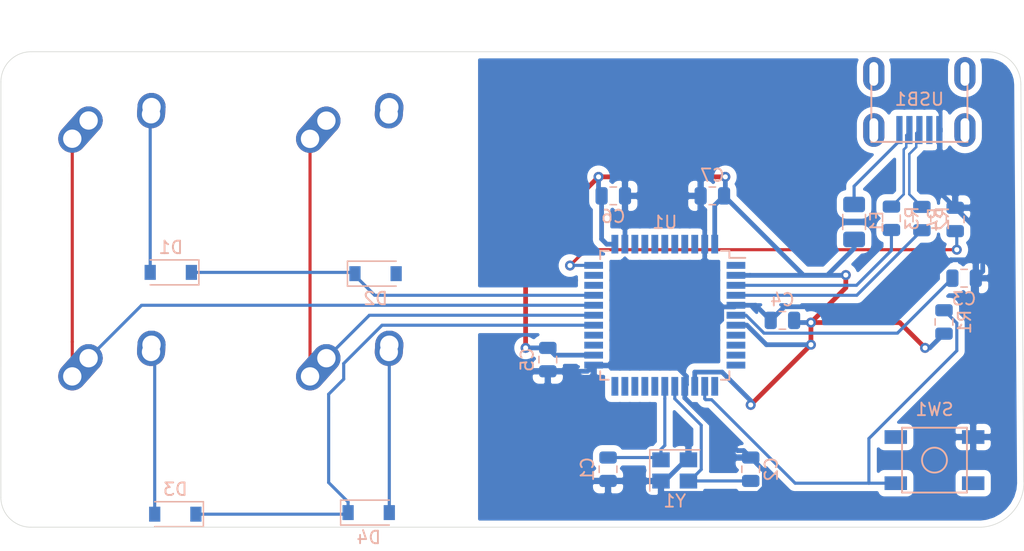
<source format=kicad_pcb>
(kicad_pcb (version 20171130) (host pcbnew "(5.1.4)-1")

  (general
    (thickness 1.6)
    (drawings 8)
    (tracks 187)
    (zones 0)
    (modules 24)
    (nets 45)
  )

  (page A4)
  (layers
    (0 F.Cu signal)
    (31 B.Cu signal)
    (32 B.Adhes user)
    (33 F.Adhes user)
    (34 B.Paste user)
    (35 F.Paste user)
    (36 B.SilkS user)
    (37 F.SilkS user)
    (38 B.Mask user)
    (39 F.Mask user)
    (40 Dwgs.User user)
    (41 Cmts.User user)
    (42 Eco1.User user)
    (43 Eco2.User user)
    (44 Edge.Cuts user)
    (45 Margin user)
    (46 B.CrtYd user)
    (47 F.CrtYd user)
    (48 B.Fab user)
    (49 F.Fab user)
  )

  (setup
    (last_trace_width 0.25)
    (trace_clearance 0.2)
    (zone_clearance 0.508)
    (zone_45_only no)
    (trace_min 0.2)
    (via_size 0.8)
    (via_drill 0.4)
    (via_min_size 0.4)
    (via_min_drill 0.3)
    (uvia_size 0.3)
    (uvia_drill 0.1)
    (uvias_allowed no)
    (uvia_min_size 0.2)
    (uvia_min_drill 0.1)
    (edge_width 0.05)
    (segment_width 0.2)
    (pcb_text_width 0.3)
    (pcb_text_size 1.5 1.5)
    (mod_edge_width 0.12)
    (mod_text_size 1 1)
    (mod_text_width 0.15)
    (pad_size 1.524 1.524)
    (pad_drill 0.762)
    (pad_to_mask_clearance 0.051)
    (solder_mask_min_width 0.25)
    (aux_axis_origin 0 0)
    (visible_elements 7FFFFFFF)
    (pcbplotparams
      (layerselection 0x010f0_ffffffff)
      (usegerberextensions true)
      (usegerberattributes false)
      (usegerberadvancedattributes false)
      (creategerberjobfile false)
      (excludeedgelayer true)
      (linewidth 0.100000)
      (plotframeref false)
      (viasonmask false)
      (mode 1)
      (useauxorigin false)
      (hpglpennumber 1)
      (hpglpenspeed 20)
      (hpglpendiameter 15.000000)
      (psnegative false)
      (psa4output false)
      (plotreference true)
      (plotvalue true)
      (plotinvisibletext false)
      (padsonsilk false)
      (subtractmaskfromsilk true)
      (outputformat 1)
      (mirror false)
      (drillshape 0)
      (scaleselection 1)
      (outputdirectory ""))
  )

  (net 0 "")
  (net 1 GND)
  (net 2 "Net-(C1-Pad1)")
  (net 3 "Net-(C2-Pad1)")
  (net 4 "Net-(C3-Pad1)")
  (net 5 +5V)
  (net 6 "Net-(D1-Pad2)")
  (net 7 /ROW0)
  (net 8 "Net-(D2-Pad2)")
  (net 9 "Net-(D3-Pad2)")
  (net 10 /ROW1)
  (net 11 "Net-(D4-Pad2)")
  (net 12 VCC)
  (net 13 /COL0)
  (net 14 /COL1)
  (net 15 "Net-(R1-Pad2)")
  (net 16 /D+)
  (net 17 "Net-(R2-Pad1)")
  (net 18 /D-)
  (net 19 "Net-(R3-Pad1)")
  (net 20 "Net-(R4-Pad2)")
  (net 21 "Net-(U1-Pad42)")
  (net 22 "Net-(U1-Pad41)")
  (net 23 "Net-(U1-Pad40)")
  (net 24 "Net-(U1-Pad39)")
  (net 25 "Net-(U1-Pad38)")
  (net 26 "Net-(U1-Pad37)")
  (net 27 "Net-(U1-Pad36)")
  (net 28 "Net-(U1-Pad32)")
  (net 29 "Net-(U1-Pad31)")
  (net 30 "Net-(U1-Pad26)")
  (net 31 "Net-(U1-Pad25)")
  (net 32 "Net-(U1-Pad22)")
  (net 33 "Net-(U1-Pad21)")
  (net 34 "Net-(U1-Pad20)")
  (net 35 "Net-(U1-Pad19)")
  (net 36 "Net-(U1-Pad18)")
  (net 37 "Net-(U1-Pad12)")
  (net 38 "Net-(U1-Pad11)")
  (net 39 "Net-(U1-Pad10)")
  (net 40 "Net-(U1-Pad9)")
  (net 41 "Net-(U1-Pad8)")
  (net 42 "Net-(U1-Pad1)")
  (net 43 "Net-(USB1-Pad6)")
  (net 44 "Net-(USB1-Pad2)")

  (net_class Default "This is the default net class."
    (clearance 0.2)
    (trace_width 0.25)
    (via_dia 0.8)
    (via_drill 0.4)
    (uvia_dia 0.3)
    (uvia_drill 0.1)
    (add_net /COL0)
    (add_net /COL1)
    (add_net /D+)
    (add_net /D-)
    (add_net /ROW0)
    (add_net /ROW1)
    (add_net "Net-(C1-Pad1)")
    (add_net "Net-(C2-Pad1)")
    (add_net "Net-(C3-Pad1)")
    (add_net "Net-(D1-Pad2)")
    (add_net "Net-(D2-Pad2)")
    (add_net "Net-(D3-Pad2)")
    (add_net "Net-(D4-Pad2)")
    (add_net "Net-(R1-Pad2)")
    (add_net "Net-(R2-Pad1)")
    (add_net "Net-(R3-Pad1)")
    (add_net "Net-(R4-Pad2)")
    (add_net "Net-(U1-Pad1)")
    (add_net "Net-(U1-Pad10)")
    (add_net "Net-(U1-Pad11)")
    (add_net "Net-(U1-Pad12)")
    (add_net "Net-(U1-Pad18)")
    (add_net "Net-(U1-Pad19)")
    (add_net "Net-(U1-Pad20)")
    (add_net "Net-(U1-Pad21)")
    (add_net "Net-(U1-Pad22)")
    (add_net "Net-(U1-Pad25)")
    (add_net "Net-(U1-Pad26)")
    (add_net "Net-(U1-Pad31)")
    (add_net "Net-(U1-Pad32)")
    (add_net "Net-(U1-Pad36)")
    (add_net "Net-(U1-Pad37)")
    (add_net "Net-(U1-Pad38)")
    (add_net "Net-(U1-Pad39)")
    (add_net "Net-(U1-Pad40)")
    (add_net "Net-(U1-Pad41)")
    (add_net "Net-(U1-Pad42)")
    (add_net "Net-(U1-Pad8)")
    (add_net "Net-(U1-Pad9)")
    (add_net "Net-(USB1-Pad2)")
    (add_net "Net-(USB1-Pad6)")
    (add_net VCC)
  )

  (net_class Power ""
    (clearance 0.2)
    (trace_width 0.381)
    (via_dia 0.8)
    (via_drill 0.4)
    (uvia_dia 0.3)
    (uvia_drill 0.1)
    (add_net +5V)
    (add_net GND)
  )

  (module Crystal:Crystal_SMD_3225-4Pin_3.2x2.5mm (layer B.Cu) (tedit 5A0FD1B2) (tstamp 63491C24)
    (at 88.9075 119.047)
    (descr "SMD Crystal SERIES SMD3225/4 http://www.txccrystal.com/images/pdf/7m-accuracy.pdf, 3.2x2.5mm^2 package")
    (tags "SMD SMT crystal")
    (path /634AD982)
    (attr smd)
    (fp_text reference Y1 (at 0 2.45) (layer B.SilkS)
      (effects (font (size 1 1) (thickness 0.15)) (justify mirror))
    )
    (fp_text value 16MHz (at 0 -2.45) (layer B.Fab)
      (effects (font (size 1 1) (thickness 0.15)) (justify mirror))
    )
    (fp_line (start 2.1 1.7) (end -2.1 1.7) (layer B.CrtYd) (width 0.05))
    (fp_line (start 2.1 -1.7) (end 2.1 1.7) (layer B.CrtYd) (width 0.05))
    (fp_line (start -2.1 -1.7) (end 2.1 -1.7) (layer B.CrtYd) (width 0.05))
    (fp_line (start -2.1 1.7) (end -2.1 -1.7) (layer B.CrtYd) (width 0.05))
    (fp_line (start -2 -1.65) (end 2 -1.65) (layer B.SilkS) (width 0.12))
    (fp_line (start -2 1.65) (end -2 -1.65) (layer B.SilkS) (width 0.12))
    (fp_line (start -1.6 -0.25) (end -0.6 -1.25) (layer B.Fab) (width 0.1))
    (fp_line (start 1.6 1.25) (end -1.6 1.25) (layer B.Fab) (width 0.1))
    (fp_line (start 1.6 -1.25) (end 1.6 1.25) (layer B.Fab) (width 0.1))
    (fp_line (start -1.6 -1.25) (end 1.6 -1.25) (layer B.Fab) (width 0.1))
    (fp_line (start -1.6 1.25) (end -1.6 -1.25) (layer B.Fab) (width 0.1))
    (fp_text user %R (at 0 0) (layer B.Fab)
      (effects (font (size 0.7 0.7) (thickness 0.105)) (justify mirror))
    )
    (pad 4 smd rect (at -1.1 0.85) (size 1.4 1.2) (layers B.Cu B.Paste B.Mask)
      (net 1 GND))
    (pad 3 smd rect (at 1.1 0.85) (size 1.4 1.2) (layers B.Cu B.Paste B.Mask)
      (net 3 "Net-(C2-Pad1)"))
    (pad 2 smd rect (at 1.1 -0.85) (size 1.4 1.2) (layers B.Cu B.Paste B.Mask)
      (net 1 GND))
    (pad 1 smd rect (at -1.1 -0.85) (size 1.4 1.2) (layers B.Cu B.Paste B.Mask)
      (net 2 "Net-(C1-Pad1)"))
    (model ${KISYS3DMOD}/Crystal.3dshapes/Crystal_SMD_3225-4Pin_3.2x2.5mm.wrl
      (at (xyz 0 0 0))
      (scale (xyz 1 1 1))
      (rotate (xyz 0 0 0))
    )
  )

  (module random-keyboard-parts:Molex-0548190589 (layer B.Cu) (tedit 5C494815) (tstamp 6349108A)
    (at 108.51 87.25 270)
    (path /634D7831)
    (attr smd)
    (fp_text reference USB1 (at 2.032 0) (layer B.SilkS)
      (effects (font (size 1 1) (thickness 0.15)) (justify mirror))
    )
    (fp_text value Molex-0548190589 (at -5.08 0) (layer Dwgs.User)
      (effects (font (size 1 1) (thickness 0.15)))
    )
    (fp_text user %R (at 2 0) (layer B.CrtYd)
      (effects (font (size 1 1) (thickness 0.15)) (justify mirror))
    )
    (fp_line (start 3.25 1.25) (end 5.5 1.25) (layer B.CrtYd) (width 0.15))
    (fp_line (start 5.5 0.5) (end 3.25 0.5) (layer B.CrtYd) (width 0.15))
    (fp_line (start 3.25 -0.5) (end 5.5 -0.5) (layer B.CrtYd) (width 0.15))
    (fp_line (start 5.5 -1.25) (end 3.25 -1.25) (layer B.CrtYd) (width 0.15))
    (fp_line (start 3.25 -2) (end 5.5 -2) (layer B.CrtYd) (width 0.15))
    (fp_line (start 3.25 2) (end 3.25 -2) (layer B.CrtYd) (width 0.15))
    (fp_line (start 5.5 2) (end 3.25 2) (layer B.CrtYd) (width 0.15))
    (fp_line (start -3.75 -3.75) (end -3.75 3.75) (layer B.CrtYd) (width 0.15))
    (fp_line (start 5.5 -3.75) (end -3.75 -3.75) (layer B.CrtYd) (width 0.15))
    (fp_line (start 5.5 3.75) (end 5.5 -3.75) (layer B.CrtYd) (width 0.15))
    (fp_line (start -3.75 3.75) (end 5.5 3.75) (layer B.CrtYd) (width 0.15))
    (fp_line (start 0 3.85) (end 5.45 3.85) (layer B.SilkS) (width 0.15))
    (fp_line (start 0 -3.85) (end 5.45 -3.85) (layer B.SilkS) (width 0.15))
    (fp_line (start 5.45 3.85) (end 5.45 -3.85) (layer B.SilkS) (width 0.15))
    (fp_line (start -3.75 3.85) (end 0 3.85) (layer Dwgs.User) (width 0.15))
    (fp_line (start -3.75 -3.85) (end 0 -3.85) (layer Dwgs.User) (width 0.15))
    (fp_line (start -1.75 4.572) (end -1.75 -4.572) (layer Dwgs.User) (width 0.15))
    (fp_line (start -3.75 3.85) (end -3.75 -3.85) (layer Dwgs.User) (width 0.15))
    (pad 6 thru_hole oval (at 0 3.65 270) (size 2.7 1.7) (drill oval 1.9 0.7) (layers *.Cu *.Mask)
      (net 43 "Net-(USB1-Pad6)"))
    (pad 6 thru_hole oval (at 0 -3.65 270) (size 2.7 1.7) (drill oval 1.9 0.7) (layers *.Cu *.Mask)
      (net 43 "Net-(USB1-Pad6)"))
    (pad 6 thru_hole oval (at 4.5 -3.65 270) (size 2.7 1.7) (drill oval 1.9 0.7) (layers *.Cu *.Mask)
      (net 43 "Net-(USB1-Pad6)"))
    (pad 6 thru_hole oval (at 4.5 3.65 270) (size 2.7 1.7) (drill oval 1.9 0.7) (layers *.Cu *.Mask)
      (net 43 "Net-(USB1-Pad6)"))
    (pad 5 smd rect (at 4.5 1.6 270) (size 2.25 0.5) (layers B.Cu B.Paste B.Mask)
      (net 12 VCC))
    (pad 4 smd rect (at 4.5 0.8 270) (size 2.25 0.5) (layers B.Cu B.Paste B.Mask)
      (net 18 /D-))
    (pad 3 smd rect (at 4.5 0 270) (size 2.25 0.5) (layers B.Cu B.Paste B.Mask)
      (net 16 /D+))
    (pad 2 smd rect (at 4.5 -0.8 270) (size 2.25 0.5) (layers B.Cu B.Paste B.Mask)
      (net 44 "Net-(USB1-Pad2)"))
    (pad 1 smd rect (at 4.5 -1.6 270) (size 2.25 0.5) (layers B.Cu B.Paste B.Mask)
      (net 1 GND))
  )

  (module Package_QFP:TQFP-44_10x10mm_P0.8mm (layer B.Cu) (tedit 5A02F146) (tstamp 6349106A)
    (at 88.11375 106.601 180)
    (descr "44-Lead Plastic Thin Quad Flatpack (PT) - 10x10x1.0 mm Body [TQFP] (see Microchip Packaging Specification 00000049BS.pdf)")
    (tags "QFP 0.8")
    (path /6348A885)
    (attr smd)
    (fp_text reference U1 (at 0 7.45) (layer B.SilkS)
      (effects (font (size 1 1) (thickness 0.15)) (justify mirror))
    )
    (fp_text value ATmega32U4-AU (at 0 -7.45) (layer B.Fab)
      (effects (font (size 1 1) (thickness 0.15)) (justify mirror))
    )
    (fp_line (start -5.175 4.6) (end -6.45 4.6) (layer B.SilkS) (width 0.15))
    (fp_line (start 5.175 5.175) (end 4.5 5.175) (layer B.SilkS) (width 0.15))
    (fp_line (start 5.175 -5.175) (end 4.5 -5.175) (layer B.SilkS) (width 0.15))
    (fp_line (start -5.175 -5.175) (end -4.5 -5.175) (layer B.SilkS) (width 0.15))
    (fp_line (start -5.175 5.175) (end -4.5 5.175) (layer B.SilkS) (width 0.15))
    (fp_line (start -5.175 -5.175) (end -5.175 -4.5) (layer B.SilkS) (width 0.15))
    (fp_line (start 5.175 -5.175) (end 5.175 -4.5) (layer B.SilkS) (width 0.15))
    (fp_line (start 5.175 5.175) (end 5.175 4.5) (layer B.SilkS) (width 0.15))
    (fp_line (start -5.175 5.175) (end -5.175 4.6) (layer B.SilkS) (width 0.15))
    (fp_line (start -6.7 -6.7) (end 6.7 -6.7) (layer B.CrtYd) (width 0.05))
    (fp_line (start -6.7 6.7) (end 6.7 6.7) (layer B.CrtYd) (width 0.05))
    (fp_line (start 6.7 6.7) (end 6.7 -6.7) (layer B.CrtYd) (width 0.05))
    (fp_line (start -6.7 6.7) (end -6.7 -6.7) (layer B.CrtYd) (width 0.05))
    (fp_line (start -5 4) (end -4 5) (layer B.Fab) (width 0.15))
    (fp_line (start -5 -5) (end -5 4) (layer B.Fab) (width 0.15))
    (fp_line (start 5 -5) (end -5 -5) (layer B.Fab) (width 0.15))
    (fp_line (start 5 5) (end 5 -5) (layer B.Fab) (width 0.15))
    (fp_line (start -4 5) (end 5 5) (layer B.Fab) (width 0.15))
    (fp_text user %R (at 0 0) (layer B.Fab)
      (effects (font (size 1 1) (thickness 0.15)) (justify mirror))
    )
    (pad 44 smd rect (at -4 5.7 90) (size 1.5 0.55) (layers B.Cu B.Paste B.Mask)
      (net 5 +5V))
    (pad 43 smd rect (at -3.2 5.7 90) (size 1.5 0.55) (layers B.Cu B.Paste B.Mask)
      (net 1 GND))
    (pad 42 smd rect (at -2.4 5.7 90) (size 1.5 0.55) (layers B.Cu B.Paste B.Mask)
      (net 21 "Net-(U1-Pad42)"))
    (pad 41 smd rect (at -1.6 5.7 90) (size 1.5 0.55) (layers B.Cu B.Paste B.Mask)
      (net 22 "Net-(U1-Pad41)"))
    (pad 40 smd rect (at -0.8 5.7 90) (size 1.5 0.55) (layers B.Cu B.Paste B.Mask)
      (net 23 "Net-(U1-Pad40)"))
    (pad 39 smd rect (at 0 5.7 90) (size 1.5 0.55) (layers B.Cu B.Paste B.Mask)
      (net 24 "Net-(U1-Pad39)"))
    (pad 38 smd rect (at 0.8 5.7 90) (size 1.5 0.55) (layers B.Cu B.Paste B.Mask)
      (net 25 "Net-(U1-Pad38)"))
    (pad 37 smd rect (at 1.6 5.7 90) (size 1.5 0.55) (layers B.Cu B.Paste B.Mask)
      (net 26 "Net-(U1-Pad37)"))
    (pad 36 smd rect (at 2.4 5.7 90) (size 1.5 0.55) (layers B.Cu B.Paste B.Mask)
      (net 27 "Net-(U1-Pad36)"))
    (pad 35 smd rect (at 3.2 5.7 90) (size 1.5 0.55) (layers B.Cu B.Paste B.Mask)
      (net 1 GND))
    (pad 34 smd rect (at 4 5.7 90) (size 1.5 0.55) (layers B.Cu B.Paste B.Mask)
      (net 5 +5V))
    (pad 33 smd rect (at 5.7 4 180) (size 1.5 0.55) (layers B.Cu B.Paste B.Mask)
      (net 20 "Net-(R4-Pad2)"))
    (pad 32 smd rect (at 5.7 3.2 180) (size 1.5 0.55) (layers B.Cu B.Paste B.Mask)
      (net 28 "Net-(U1-Pad32)"))
    (pad 31 smd rect (at 5.7 2.4 180) (size 1.5 0.55) (layers B.Cu B.Paste B.Mask)
      (net 29 "Net-(U1-Pad31)"))
    (pad 30 smd rect (at 5.7 1.6 180) (size 1.5 0.55) (layers B.Cu B.Paste B.Mask)
      (net 7 /ROW0))
    (pad 29 smd rect (at 5.7 0.8 180) (size 1.5 0.55) (layers B.Cu B.Paste B.Mask)
      (net 13 /COL0))
    (pad 28 smd rect (at 5.7 0 180) (size 1.5 0.55) (layers B.Cu B.Paste B.Mask)
      (net 14 /COL1))
    (pad 27 smd rect (at 5.7 -0.8 180) (size 1.5 0.55) (layers B.Cu B.Paste B.Mask)
      (net 10 /ROW1))
    (pad 26 smd rect (at 5.7 -1.6 180) (size 1.5 0.55) (layers B.Cu B.Paste B.Mask)
      (net 30 "Net-(U1-Pad26)"))
    (pad 25 smd rect (at 5.7 -2.4 180) (size 1.5 0.55) (layers B.Cu B.Paste B.Mask)
      (net 31 "Net-(U1-Pad25)"))
    (pad 24 smd rect (at 5.7 -3.2 180) (size 1.5 0.55) (layers B.Cu B.Paste B.Mask)
      (net 5 +5V))
    (pad 23 smd rect (at 5.7 -4 180) (size 1.5 0.55) (layers B.Cu B.Paste B.Mask)
      (net 1 GND))
    (pad 22 smd rect (at 4 -5.7 90) (size 1.5 0.55) (layers B.Cu B.Paste B.Mask)
      (net 32 "Net-(U1-Pad22)"))
    (pad 21 smd rect (at 3.2 -5.7 90) (size 1.5 0.55) (layers B.Cu B.Paste B.Mask)
      (net 33 "Net-(U1-Pad21)"))
    (pad 20 smd rect (at 2.4 -5.7 90) (size 1.5 0.55) (layers B.Cu B.Paste B.Mask)
      (net 34 "Net-(U1-Pad20)"))
    (pad 19 smd rect (at 1.6 -5.7 90) (size 1.5 0.55) (layers B.Cu B.Paste B.Mask)
      (net 35 "Net-(U1-Pad19)"))
    (pad 18 smd rect (at 0.8 -5.7 90) (size 1.5 0.55) (layers B.Cu B.Paste B.Mask)
      (net 36 "Net-(U1-Pad18)"))
    (pad 17 smd rect (at 0 -5.7 90) (size 1.5 0.55) (layers B.Cu B.Paste B.Mask)
      (net 2 "Net-(C1-Pad1)"))
    (pad 16 smd rect (at -0.8 -5.7 90) (size 1.5 0.55) (layers B.Cu B.Paste B.Mask)
      (net 3 "Net-(C2-Pad1)"))
    (pad 15 smd rect (at -1.6 -5.7 90) (size 1.5 0.55) (layers B.Cu B.Paste B.Mask)
      (net 1 GND))
    (pad 14 smd rect (at -2.4 -5.7 90) (size 1.5 0.55) (layers B.Cu B.Paste B.Mask)
      (net 5 +5V))
    (pad 13 smd rect (at -3.2 -5.7 90) (size 1.5 0.55) (layers B.Cu B.Paste B.Mask)
      (net 15 "Net-(R1-Pad2)"))
    (pad 12 smd rect (at -4 -5.7 90) (size 1.5 0.55) (layers B.Cu B.Paste B.Mask)
      (net 37 "Net-(U1-Pad12)"))
    (pad 11 smd rect (at -5.7 -4 180) (size 1.5 0.55) (layers B.Cu B.Paste B.Mask)
      (net 38 "Net-(U1-Pad11)"))
    (pad 10 smd rect (at -5.7 -3.2 180) (size 1.5 0.55) (layers B.Cu B.Paste B.Mask)
      (net 39 "Net-(U1-Pad10)"))
    (pad 9 smd rect (at -5.7 -2.4 180) (size 1.5 0.55) (layers B.Cu B.Paste B.Mask)
      (net 40 "Net-(U1-Pad9)"))
    (pad 8 smd rect (at -5.7 -1.6 180) (size 1.5 0.55) (layers B.Cu B.Paste B.Mask)
      (net 41 "Net-(U1-Pad8)"))
    (pad 7 smd rect (at -5.7 -0.8 180) (size 1.5 0.55) (layers B.Cu B.Paste B.Mask)
      (net 5 +5V))
    (pad 6 smd rect (at -5.7 0 180) (size 1.5 0.55) (layers B.Cu B.Paste B.Mask)
      (net 4 "Net-(C3-Pad1)"))
    (pad 5 smd rect (at -5.7 0.8 180) (size 1.5 0.55) (layers B.Cu B.Paste B.Mask)
      (net 1 GND))
    (pad 4 smd rect (at -5.7 1.6 180) (size 1.5 0.55) (layers B.Cu B.Paste B.Mask)
      (net 17 "Net-(R2-Pad1)"))
    (pad 3 smd rect (at -5.7 2.4 180) (size 1.5 0.55) (layers B.Cu B.Paste B.Mask)
      (net 19 "Net-(R3-Pad1)"))
    (pad 2 smd rect (at -5.7 3.2 180) (size 1.5 0.55) (layers B.Cu B.Paste B.Mask)
      (net 5 +5V))
    (pad 1 smd rect (at -5.7 4 180) (size 1.5 0.55) (layers B.Cu B.Paste B.Mask)
      (net 42 "Net-(U1-Pad1)"))
    (model ${KISYS3DMOD}/Package_QFP.3dshapes/TQFP-44_10x10mm_P0.8mm.wrl
      (at (xyz 0 0 0))
      (scale (xyz 1 1 1))
      (rotate (xyz 0 0 0))
    )
  )

  (module random-keyboard-parts:SKQG-1155865 (layer B.Cu) (tedit 5E62B398) (tstamp 63491027)
    (at 109.72 118.22)
    (path /634CA85D)
    (attr smd)
    (fp_text reference SW1 (at 0 -4.064) (layer B.SilkS)
      (effects (font (size 1 1) (thickness 0.15)) (justify mirror))
    )
    (fp_text value SW_Push (at 0 4.064) (layer B.Fab)
      (effects (font (size 1 1) (thickness 0.15)) (justify mirror))
    )
    (fp_line (start -2.6 2.6) (end 2.6 2.6) (layer B.SilkS) (width 0.15))
    (fp_line (start 2.6 2.6) (end 2.6 -2.6) (layer B.SilkS) (width 0.15))
    (fp_line (start 2.6 -2.6) (end -2.6 -2.6) (layer B.SilkS) (width 0.15))
    (fp_line (start -2.6 -2.6) (end -2.6 2.6) (layer B.SilkS) (width 0.15))
    (fp_circle (center 0 0) (end 1 0) (layer B.SilkS) (width 0.15))
    (fp_line (start -4.2 2.6) (end 4.2 2.6) (layer B.Fab) (width 0.15))
    (fp_line (start 4.2 2.6) (end 4.2 1.2) (layer B.Fab) (width 0.15))
    (fp_line (start 4.2 1.1) (end 2.6 1.1) (layer B.Fab) (width 0.15))
    (fp_line (start 2.6 1.1) (end 2.6 -1.1) (layer B.Fab) (width 0.15))
    (fp_line (start 2.6 -1.1) (end 4.2 -1.1) (layer B.Fab) (width 0.15))
    (fp_line (start 4.2 -1.1) (end 4.2 -2.6) (layer B.Fab) (width 0.15))
    (fp_line (start 4.2 -2.6) (end -4.2 -2.6) (layer B.Fab) (width 0.15))
    (fp_line (start -4.2 -2.6) (end -4.2 -1.1) (layer B.Fab) (width 0.15))
    (fp_line (start -4.2 -1.1) (end -2.6 -1.1) (layer B.Fab) (width 0.15))
    (fp_line (start -2.6 -1.1) (end -2.6 1.1) (layer B.Fab) (width 0.15))
    (fp_line (start -2.6 1.1) (end -4.2 1.1) (layer B.Fab) (width 0.15))
    (fp_line (start -4.2 1.1) (end -4.2 2.6) (layer B.Fab) (width 0.15))
    (fp_circle (center 0 0) (end 1 0) (layer B.Fab) (width 0.15))
    (fp_line (start -2.6 1.1) (end -1.1 2.6) (layer B.Fab) (width 0.15))
    (fp_line (start 2.6 1.1) (end 1.1 2.6) (layer B.Fab) (width 0.15))
    (fp_line (start 2.6 -1.1) (end 1.1 -2.6) (layer B.Fab) (width 0.15))
    (fp_line (start -2.6 -1.1) (end -1.1 -2.6) (layer B.Fab) (width 0.15))
    (pad 4 smd rect (at -3.1 -1.85) (size 1.8 1.1) (layers B.Cu B.Paste B.Mask))
    (pad 3 smd rect (at 3.1 1.85) (size 1.8 1.1) (layers B.Cu B.Paste B.Mask))
    (pad 2 smd rect (at -3.1 1.85) (size 1.8 1.1) (layers B.Cu B.Paste B.Mask)
      (net 15 "Net-(R1-Pad2)"))
    (pad 1 smd rect (at 3.1 -1.85) (size 1.8 1.1) (layers B.Cu B.Paste B.Mask)
      (net 1 GND))
    (model ${KISYS3DMOD}/Button_Switch_SMD.3dshapes/SW_SPST_TL3342.step
      (at (xyz 0 0 0))
      (scale (xyz 1 1 1))
      (rotate (xyz 0 0 0))
    )
  )

  (module Resistor_SMD:R_0805_2012Metric (layer B.Cu) (tedit 5B36C52B) (tstamp 63491009)
    (at 111.38 98.92 270)
    (descr "Resistor SMD 0805 (2012 Metric), square (rectangular) end terminal, IPC_7351 nominal, (Body size source: https://docs.google.com/spreadsheets/d/1BsfQQcO9C6DZCsRaXUlFlo91Tg2WpOkGARC1WS5S8t0/edit?usp=sharing), generated with kicad-footprint-generator")
    (tags resistor)
    (path /6349E149)
    (attr smd)
    (fp_text reference R4 (at 0 1.65 270) (layer B.SilkS)
      (effects (font (size 1 1) (thickness 0.15)) (justify mirror))
    )
    (fp_text value 10k (at 0 -1.65 270) (layer B.Fab)
      (effects (font (size 1 1) (thickness 0.15)) (justify mirror))
    )
    (fp_text user %R (at 0 0 270) (layer B.Fab)
      (effects (font (size 0.5 0.5) (thickness 0.08)) (justify mirror))
    )
    (fp_line (start 1.68 -0.95) (end -1.68 -0.95) (layer B.CrtYd) (width 0.05))
    (fp_line (start 1.68 0.95) (end 1.68 -0.95) (layer B.CrtYd) (width 0.05))
    (fp_line (start -1.68 0.95) (end 1.68 0.95) (layer B.CrtYd) (width 0.05))
    (fp_line (start -1.68 -0.95) (end -1.68 0.95) (layer B.CrtYd) (width 0.05))
    (fp_line (start -0.258578 -0.71) (end 0.258578 -0.71) (layer B.SilkS) (width 0.12))
    (fp_line (start -0.258578 0.71) (end 0.258578 0.71) (layer B.SilkS) (width 0.12))
    (fp_line (start 1 -0.6) (end -1 -0.6) (layer B.Fab) (width 0.1))
    (fp_line (start 1 0.6) (end 1 -0.6) (layer B.Fab) (width 0.1))
    (fp_line (start -1 0.6) (end 1 0.6) (layer B.Fab) (width 0.1))
    (fp_line (start -1 -0.6) (end -1 0.6) (layer B.Fab) (width 0.1))
    (pad 2 smd roundrect (at 0.9375 0 270) (size 0.975 1.4) (layers B.Cu B.Paste B.Mask) (roundrect_rratio 0.25)
      (net 20 "Net-(R4-Pad2)"))
    (pad 1 smd roundrect (at -0.9375 0 270) (size 0.975 1.4) (layers B.Cu B.Paste B.Mask) (roundrect_rratio 0.25)
      (net 1 GND))
    (model ${KISYS3DMOD}/Resistor_SMD.3dshapes/R_0805_2012Metric.wrl
      (at (xyz 0 0 0))
      (scale (xyz 1 1 1))
      (rotate (xyz 0 0 0))
    )
  )

  (module Resistor_SMD:R_0805_2012Metric (layer B.Cu) (tedit 5B36C52B) (tstamp 63490FF8)
    (at 106.27 98.8275 90)
    (descr "Resistor SMD 0805 (2012 Metric), square (rectangular) end terminal, IPC_7351 nominal, (Body size source: https://docs.google.com/spreadsheets/d/1BsfQQcO9C6DZCsRaXUlFlo91Tg2WpOkGARC1WS5S8t0/edit?usp=sharing), generated with kicad-footprint-generator")
    (tags resistor)
    (path /634A110D)
    (attr smd)
    (fp_text reference R3 (at 0 1.65 270) (layer B.SilkS)
      (effects (font (size 1 1) (thickness 0.15)) (justify mirror))
    )
    (fp_text value 22 (at 0 -1.65 270) (layer B.Fab)
      (effects (font (size 1 1) (thickness 0.15)) (justify mirror))
    )
    (fp_text user %R (at 0 0 270) (layer B.Fab)
      (effects (font (size 0.5 0.5) (thickness 0.08)) (justify mirror))
    )
    (fp_line (start 1.68 -0.95) (end -1.68 -0.95) (layer B.CrtYd) (width 0.05))
    (fp_line (start 1.68 0.95) (end 1.68 -0.95) (layer B.CrtYd) (width 0.05))
    (fp_line (start -1.68 0.95) (end 1.68 0.95) (layer B.CrtYd) (width 0.05))
    (fp_line (start -1.68 -0.95) (end -1.68 0.95) (layer B.CrtYd) (width 0.05))
    (fp_line (start -0.258578 -0.71) (end 0.258578 -0.71) (layer B.SilkS) (width 0.12))
    (fp_line (start -0.258578 0.71) (end 0.258578 0.71) (layer B.SilkS) (width 0.12))
    (fp_line (start 1 -0.6) (end -1 -0.6) (layer B.Fab) (width 0.1))
    (fp_line (start 1 0.6) (end 1 -0.6) (layer B.Fab) (width 0.1))
    (fp_line (start -1 0.6) (end 1 0.6) (layer B.Fab) (width 0.1))
    (fp_line (start -1 -0.6) (end -1 0.6) (layer B.Fab) (width 0.1))
    (pad 2 smd roundrect (at 0.9375 0 90) (size 0.975 1.4) (layers B.Cu B.Paste B.Mask) (roundrect_rratio 0.25)
      (net 18 /D-))
    (pad 1 smd roundrect (at -0.9375 0 90) (size 0.975 1.4) (layers B.Cu B.Paste B.Mask) (roundrect_rratio 0.25)
      (net 19 "Net-(R3-Pad1)"))
    (model ${KISYS3DMOD}/Resistor_SMD.3dshapes/R_0805_2012Metric.wrl
      (at (xyz 0 0 0))
      (scale (xyz 1 1 1))
      (rotate (xyz 0 0 0))
    )
  )

  (module Resistor_SMD:R_0805_2012Metric locked (layer B.Cu) (tedit 5B36C52B) (tstamp 63495D6B)
    (at 108.71 98.8475 90)
    (descr "Resistor SMD 0805 (2012 Metric), square (rectangular) end terminal, IPC_7351 nominal, (Body size source: https://docs.google.com/spreadsheets/d/1BsfQQcO9C6DZCsRaXUlFlo91Tg2WpOkGARC1WS5S8t0/edit?usp=sharing), generated with kicad-footprint-generator")
    (tags resistor)
    (path /634A0A00)
    (attr smd)
    (fp_text reference R2 (at 0 1.65 270) (layer B.SilkS)
      (effects (font (size 1 1) (thickness 0.15)) (justify mirror))
    )
    (fp_text value 22 (at 0 -1.65 270) (layer B.Fab)
      (effects (font (size 1 1) (thickness 0.15)) (justify mirror))
    )
    (fp_text user %R (at 0 0 270) (layer B.Fab)
      (effects (font (size 0.5 0.5) (thickness 0.08)) (justify mirror))
    )
    (fp_line (start 1.68 -0.95) (end -1.68 -0.95) (layer B.CrtYd) (width 0.05))
    (fp_line (start 1.68 0.95) (end 1.68 -0.95) (layer B.CrtYd) (width 0.05))
    (fp_line (start -1.68 0.95) (end 1.68 0.95) (layer B.CrtYd) (width 0.05))
    (fp_line (start -1.68 -0.95) (end -1.68 0.95) (layer B.CrtYd) (width 0.05))
    (fp_line (start -0.258578 -0.71) (end 0.258578 -0.71) (layer B.SilkS) (width 0.12))
    (fp_line (start -0.258578 0.71) (end 0.258578 0.71) (layer B.SilkS) (width 0.12))
    (fp_line (start 1 -0.6) (end -1 -0.6) (layer B.Fab) (width 0.1))
    (fp_line (start 1 0.6) (end 1 -0.6) (layer B.Fab) (width 0.1))
    (fp_line (start -1 0.6) (end 1 0.6) (layer B.Fab) (width 0.1))
    (fp_line (start -1 -0.6) (end -1 0.6) (layer B.Fab) (width 0.1))
    (pad 2 smd roundrect (at 0.9375 0 90) (size 0.975 1.4) (layers B.Cu B.Paste B.Mask) (roundrect_rratio 0.25)
      (net 16 /D+))
    (pad 1 smd roundrect (at -0.9375 0 90) (size 0.975 1.4) (layers B.Cu B.Paste B.Mask) (roundrect_rratio 0.25)
      (net 17 "Net-(R2-Pad1)"))
    (model ${KISYS3DMOD}/Resistor_SMD.3dshapes/R_0805_2012Metric.wrl
      (at (xyz 0 0 0))
      (scale (xyz 1 1 1))
      (rotate (xyz 0 0 0))
    )
  )

  (module Resistor_SMD:R_0805_2012Metric (layer B.Cu) (tedit 5B36C52B) (tstamp 6349173D)
    (at 110.4825 107.14 90)
    (descr "Resistor SMD 0805 (2012 Metric), square (rectangular) end terminal, IPC_7351 nominal, (Body size source: https://docs.google.com/spreadsheets/d/1BsfQQcO9C6DZCsRaXUlFlo91Tg2WpOkGARC1WS5S8t0/edit?usp=sharing), generated with kicad-footprint-generator")
    (tags resistor)
    (path /634CD861)
    (attr smd)
    (fp_text reference R1 (at 0 1.65 90) (layer B.SilkS)
      (effects (font (size 1 1) (thickness 0.15)) (justify mirror))
    )
    (fp_text value 10k (at 0 -1.65 90) (layer B.Fab)
      (effects (font (size 1 1) (thickness 0.15)) (justify mirror))
    )
    (fp_text user %R (at 0 0 90) (layer B.Fab)
      (effects (font (size 0.5 0.5) (thickness 0.08)) (justify mirror))
    )
    (fp_line (start 1.68 -0.95) (end -1.68 -0.95) (layer B.CrtYd) (width 0.05))
    (fp_line (start 1.68 0.95) (end 1.68 -0.95) (layer B.CrtYd) (width 0.05))
    (fp_line (start -1.68 0.95) (end 1.68 0.95) (layer B.CrtYd) (width 0.05))
    (fp_line (start -1.68 -0.95) (end -1.68 0.95) (layer B.CrtYd) (width 0.05))
    (fp_line (start -0.258578 -0.71) (end 0.258578 -0.71) (layer B.SilkS) (width 0.12))
    (fp_line (start -0.258578 0.71) (end 0.258578 0.71) (layer B.SilkS) (width 0.12))
    (fp_line (start 1 -0.6) (end -1 -0.6) (layer B.Fab) (width 0.1))
    (fp_line (start 1 0.6) (end 1 -0.6) (layer B.Fab) (width 0.1))
    (fp_line (start -1 0.6) (end 1 0.6) (layer B.Fab) (width 0.1))
    (fp_line (start -1 -0.6) (end -1 0.6) (layer B.Fab) (width 0.1))
    (pad 2 smd roundrect (at 0.9375 0 90) (size 0.975 1.4) (layers B.Cu B.Paste B.Mask) (roundrect_rratio 0.25)
      (net 15 "Net-(R1-Pad2)"))
    (pad 1 smd roundrect (at -0.9375 0 90) (size 0.975 1.4) (layers B.Cu B.Paste B.Mask) (roundrect_rratio 0.25)
      (net 5 +5V))
    (model ${KISYS3DMOD}/Resistor_SMD.3dshapes/R_0805_2012Metric.wrl
      (at (xyz 0 0 0))
      (scale (xyz 1 1 1))
      (rotate (xyz 0 0 0))
    )
  )

  (module MX_Alps_Hybrid:MX-1U-NoLED (layer F.Cu) (tedit 5A9F5203) (tstamp 63490FC5)
    (at 63.5 114.046)
    (path /634F96FF)
    (fp_text reference MX4 (at 0 3.175) (layer Dwgs.User)
      (effects (font (size 1 1) (thickness 0.15)))
    )
    (fp_text value MX-NoLED (at 0 -7.9375) (layer Dwgs.User)
      (effects (font (size 1 1) (thickness 0.15)))
    )
    (fp_line (start -9.525 9.525) (end -9.525 -9.525) (layer Dwgs.User) (width 0.15))
    (fp_line (start 9.525 9.525) (end -9.525 9.525) (layer Dwgs.User) (width 0.15))
    (fp_line (start 9.525 -9.525) (end 9.525 9.525) (layer Dwgs.User) (width 0.15))
    (fp_line (start -9.525 -9.525) (end 9.525 -9.525) (layer Dwgs.User) (width 0.15))
    (fp_line (start -7 -7) (end -7 -5) (layer Dwgs.User) (width 0.15))
    (fp_line (start -5 -7) (end -7 -7) (layer Dwgs.User) (width 0.15))
    (fp_line (start -7 7) (end -5 7) (layer Dwgs.User) (width 0.15))
    (fp_line (start -7 5) (end -7 7) (layer Dwgs.User) (width 0.15))
    (fp_line (start 7 7) (end 7 5) (layer Dwgs.User) (width 0.15))
    (fp_line (start 5 7) (end 7 7) (layer Dwgs.User) (width 0.15))
    (fp_line (start 7 -7) (end 7 -5) (layer Dwgs.User) (width 0.15))
    (fp_line (start 5 -7) (end 7 -7) (layer Dwgs.User) (width 0.15))
    (pad "" np_thru_hole circle (at 5.08 0 48.0996) (size 1.75 1.75) (drill 1.75) (layers *.Cu *.Mask))
    (pad "" np_thru_hole circle (at -5.08 0 48.0996) (size 1.75 1.75) (drill 1.75) (layers *.Cu *.Mask))
    (pad 1 thru_hole circle (at -2.5 -4) (size 2.25 2.25) (drill 1.47) (layers *.Cu B.Mask)
      (net 14 /COL1))
    (pad "" np_thru_hole circle (at 0 0) (size 3.9878 3.9878) (drill 3.9878) (layers *.Cu *.Mask))
    (pad 1 thru_hole oval (at -3.81 -2.54 48.0996) (size 4.211556 2.25) (drill 1.47 (offset 0.980778 0)) (layers *.Cu B.Mask)
      (net 14 /COL1))
    (pad 2 thru_hole circle (at 2.54 -5.08) (size 2.25 2.25) (drill 1.47) (layers *.Cu B.Mask)
      (net 11 "Net-(D4-Pad2)"))
    (pad 2 thru_hole oval (at 2.5 -4.5 86.0548) (size 2.831378 2.25) (drill 1.47 (offset 0.290689 0)) (layers *.Cu B.Mask)
      (net 11 "Net-(D4-Pad2)"))
  )

  (module MX_Alps_Hybrid:MX-1U-NoLED (layer F.Cu) (tedit 5A9F5203) (tstamp 63490FAE)
    (at 44.45 114.046)
    (path /634F826A)
    (fp_text reference MX3 (at 0 3.175) (layer Dwgs.User)
      (effects (font (size 1 1) (thickness 0.15)))
    )
    (fp_text value MX-NoLED (at 0 -7.9375) (layer Dwgs.User)
      (effects (font (size 1 1) (thickness 0.15)))
    )
    (fp_line (start -9.525 9.525) (end -9.525 -9.525) (layer Dwgs.User) (width 0.15))
    (fp_line (start 9.525 9.525) (end -9.525 9.525) (layer Dwgs.User) (width 0.15))
    (fp_line (start 9.525 -9.525) (end 9.525 9.525) (layer Dwgs.User) (width 0.15))
    (fp_line (start -9.525 -9.525) (end 9.525 -9.525) (layer Dwgs.User) (width 0.15))
    (fp_line (start -7 -7) (end -7 -5) (layer Dwgs.User) (width 0.15))
    (fp_line (start -5 -7) (end -7 -7) (layer Dwgs.User) (width 0.15))
    (fp_line (start -7 7) (end -5 7) (layer Dwgs.User) (width 0.15))
    (fp_line (start -7 5) (end -7 7) (layer Dwgs.User) (width 0.15))
    (fp_line (start 7 7) (end 7 5) (layer Dwgs.User) (width 0.15))
    (fp_line (start 5 7) (end 7 7) (layer Dwgs.User) (width 0.15))
    (fp_line (start 7 -7) (end 7 -5) (layer Dwgs.User) (width 0.15))
    (fp_line (start 5 -7) (end 7 -7) (layer Dwgs.User) (width 0.15))
    (pad "" np_thru_hole circle (at 5.08 0 48.0996) (size 1.75 1.75) (drill 1.75) (layers *.Cu *.Mask))
    (pad "" np_thru_hole circle (at -5.08 0 48.0996) (size 1.75 1.75) (drill 1.75) (layers *.Cu *.Mask))
    (pad 1 thru_hole circle (at -2.5 -4) (size 2.25 2.25) (drill 1.47) (layers *.Cu B.Mask)
      (net 13 /COL0))
    (pad "" np_thru_hole circle (at 0 0) (size 3.9878 3.9878) (drill 3.9878) (layers *.Cu *.Mask))
    (pad 1 thru_hole oval (at -3.81 -2.54 48.0996) (size 4.211556 2.25) (drill 1.47 (offset 0.980778 0)) (layers *.Cu B.Mask)
      (net 13 /COL0))
    (pad 2 thru_hole circle (at 2.54 -5.08) (size 2.25 2.25) (drill 1.47) (layers *.Cu B.Mask)
      (net 9 "Net-(D3-Pad2)"))
    (pad 2 thru_hole oval (at 2.5 -4.5 86.0548) (size 2.831378 2.25) (drill 1.47 (offset 0.290689 0)) (layers *.Cu B.Mask)
      (net 9 "Net-(D3-Pad2)"))
  )

  (module MX_Alps_Hybrid:MX-1U-NoLED (layer F.Cu) (tedit 5A9F5203) (tstamp 634B1209)
    (at 63.5 94.996)
    (path /634F6799)
    (fp_text reference MX2 (at 0 3.175) (layer Dwgs.User)
      (effects (font (size 1 1) (thickness 0.15)))
    )
    (fp_text value MX-NoLED (at 0 -7.9375) (layer Dwgs.User)
      (effects (font (size 1 1) (thickness 0.15)))
    )
    (fp_line (start -9.525 9.525) (end -9.525 -9.525) (layer Dwgs.User) (width 0.15))
    (fp_line (start 9.525 9.525) (end -9.525 9.525) (layer Dwgs.User) (width 0.15))
    (fp_line (start 9.525 -9.525) (end 9.525 9.525) (layer Dwgs.User) (width 0.15))
    (fp_line (start -9.525 -9.525) (end 9.525 -9.525) (layer Dwgs.User) (width 0.15))
    (fp_line (start -7 -7) (end -7 -5) (layer Dwgs.User) (width 0.15))
    (fp_line (start -5 -7) (end -7 -7) (layer Dwgs.User) (width 0.15))
    (fp_line (start -7 7) (end -5 7) (layer Dwgs.User) (width 0.15))
    (fp_line (start -7 5) (end -7 7) (layer Dwgs.User) (width 0.15))
    (fp_line (start 7 7) (end 7 5) (layer Dwgs.User) (width 0.15))
    (fp_line (start 5 7) (end 7 7) (layer Dwgs.User) (width 0.15))
    (fp_line (start 7 -7) (end 7 -5) (layer Dwgs.User) (width 0.15))
    (fp_line (start 5 -7) (end 7 -7) (layer Dwgs.User) (width 0.15))
    (pad "" np_thru_hole circle (at 5.08 0 48.0996) (size 1.75 1.75) (drill 1.75) (layers *.Cu *.Mask))
    (pad "" np_thru_hole circle (at -5.08 0 48.0996) (size 1.75 1.75) (drill 1.75) (layers *.Cu *.Mask))
    (pad 1 thru_hole circle (at -2.5 -4) (size 2.25 2.25) (drill 1.47) (layers *.Cu B.Mask)
      (net 14 /COL1))
    (pad "" np_thru_hole circle (at 0 0) (size 3.9878 3.9878) (drill 3.9878) (layers *.Cu *.Mask))
    (pad 1 thru_hole oval (at -3.81 -2.54 48.0996) (size 4.211556 2.25) (drill 1.47 (offset 0.980778 0)) (layers *.Cu B.Mask)
      (net 14 /COL1))
    (pad 2 thru_hole circle (at 2.54 -5.08) (size 2.25 2.25) (drill 1.47) (layers *.Cu B.Mask)
      (net 8 "Net-(D2-Pad2)"))
    (pad 2 thru_hole oval (at 2.5 -4.5 86.0548) (size 2.831378 2.25) (drill 1.47 (offset 0.290689 0)) (layers *.Cu B.Mask)
      (net 8 "Net-(D2-Pad2)"))
  )

  (module MX_Alps_Hybrid:MX-1U-NoLED (layer F.Cu) (tedit 5A9F5203) (tstamp 63490F80)
    (at 44.45 94.985)
    (path /634E909E)
    (fp_text reference MX1 (at 0 3.175) (layer Dwgs.User)
      (effects (font (size 1 1) (thickness 0.15)))
    )
    (fp_text value MX-NoLED (at 0 -7.9375) (layer Dwgs.User)
      (effects (font (size 1 1) (thickness 0.15)))
    )
    (fp_line (start -9.525 9.525) (end -9.525 -9.525) (layer Dwgs.User) (width 0.15))
    (fp_line (start 9.525 9.525) (end -9.525 9.525) (layer Dwgs.User) (width 0.15))
    (fp_line (start 9.525 -9.525) (end 9.525 9.525) (layer Dwgs.User) (width 0.15))
    (fp_line (start -9.525 -9.525) (end 9.525 -9.525) (layer Dwgs.User) (width 0.15))
    (fp_line (start -7 -7) (end -7 -5) (layer Dwgs.User) (width 0.15))
    (fp_line (start -5 -7) (end -7 -7) (layer Dwgs.User) (width 0.15))
    (fp_line (start -7 7) (end -5 7) (layer Dwgs.User) (width 0.15))
    (fp_line (start -7 5) (end -7 7) (layer Dwgs.User) (width 0.15))
    (fp_line (start 7 7) (end 7 5) (layer Dwgs.User) (width 0.15))
    (fp_line (start 5 7) (end 7 7) (layer Dwgs.User) (width 0.15))
    (fp_line (start 7 -7) (end 7 -5) (layer Dwgs.User) (width 0.15))
    (fp_line (start 5 -7) (end 7 -7) (layer Dwgs.User) (width 0.15))
    (pad "" np_thru_hole circle (at 5.08 0 48.0996) (size 1.75 1.75) (drill 1.75) (layers *.Cu *.Mask))
    (pad "" np_thru_hole circle (at -5.08 0 48.0996) (size 1.75 1.75) (drill 1.75) (layers *.Cu *.Mask))
    (pad 1 thru_hole circle (at -2.5 -4) (size 2.25 2.25) (drill 1.47) (layers *.Cu B.Mask)
      (net 13 /COL0))
    (pad "" np_thru_hole circle (at 0 0) (size 3.9878 3.9878) (drill 3.9878) (layers *.Cu *.Mask))
    (pad 1 thru_hole oval (at -3.81 -2.54 48.0996) (size 4.211556 2.25) (drill 1.47 (offset 0.980778 0)) (layers *.Cu B.Mask)
      (net 13 /COL0))
    (pad 2 thru_hole circle (at 2.54 -5.08) (size 2.25 2.25) (drill 1.47) (layers *.Cu B.Mask)
      (net 6 "Net-(D1-Pad2)"))
    (pad 2 thru_hole oval (at 2.5 -4.5 86.0548) (size 2.831378 2.25) (drill 1.47 (offset 0.290689 0)) (layers *.Cu B.Mask)
      (net 6 "Net-(D1-Pad2)"))
  )

  (module Fuse:Fuse_1206_3216Metric (layer B.Cu) (tedit 5B301BBE) (tstamp 63490F69)
    (at 103.28 99.12 90)
    (descr "Fuse SMD 1206 (3216 Metric), square (rectangular) end terminal, IPC_7351 nominal, (Body size source: http://www.tortai-tech.com/upload/download/2011102023233369053.pdf), generated with kicad-footprint-generator")
    (tags resistor)
    (path /634E04E1)
    (attr smd)
    (fp_text reference F1 (at 0 1.82 -90) (layer B.SilkS)
      (effects (font (size 1 1) (thickness 0.15)) (justify mirror))
    )
    (fp_text value 500mA (at 0 -1.82 -90) (layer B.Fab)
      (effects (font (size 1 1) (thickness 0.15)) (justify mirror))
    )
    (fp_text user %R (at 0 0 -90) (layer B.Fab)
      (effects (font (size 0.8 0.8) (thickness 0.12)) (justify mirror))
    )
    (fp_line (start 2.28 -1.12) (end -2.28 -1.12) (layer B.CrtYd) (width 0.05))
    (fp_line (start 2.28 1.12) (end 2.28 -1.12) (layer B.CrtYd) (width 0.05))
    (fp_line (start -2.28 1.12) (end 2.28 1.12) (layer B.CrtYd) (width 0.05))
    (fp_line (start -2.28 -1.12) (end -2.28 1.12) (layer B.CrtYd) (width 0.05))
    (fp_line (start -0.602064 -0.91) (end 0.602064 -0.91) (layer B.SilkS) (width 0.12))
    (fp_line (start -0.602064 0.91) (end 0.602064 0.91) (layer B.SilkS) (width 0.12))
    (fp_line (start 1.6 -0.8) (end -1.6 -0.8) (layer B.Fab) (width 0.1))
    (fp_line (start 1.6 0.8) (end 1.6 -0.8) (layer B.Fab) (width 0.1))
    (fp_line (start -1.6 0.8) (end 1.6 0.8) (layer B.Fab) (width 0.1))
    (fp_line (start -1.6 -0.8) (end -1.6 0.8) (layer B.Fab) (width 0.1))
    (pad 2 smd roundrect (at 1.4 0 90) (size 1.25 1.75) (layers B.Cu B.Paste B.Mask) (roundrect_rratio 0.2)
      (net 12 VCC))
    (pad 1 smd roundrect (at -1.4 0 90) (size 1.25 1.75) (layers B.Cu B.Paste B.Mask) (roundrect_rratio 0.2)
      (net 5 +5V))
    (model ${KISYS3DMOD}/Fuse.3dshapes/Fuse_1206_3216Metric.wrl
      (at (xyz 0 0 0))
      (scale (xyz 1 1 1))
      (rotate (xyz 0 0 0))
    )
  )

  (module Diode_SMD:D_SOD-123 (layer B.Cu) (tedit 58645DC7) (tstamp 634A173A)
    (at 64.39 122.428)
    (descr SOD-123)
    (tags SOD-123)
    (path /634F9705)
    (attr smd)
    (fp_text reference D4 (at 0 2) (layer B.SilkS)
      (effects (font (size 1 1) (thickness 0.15)) (justify mirror))
    )
    (fp_text value D_Small (at 0 -2.1) (layer B.Fab)
      (effects (font (size 1 1) (thickness 0.15)) (justify mirror))
    )
    (fp_line (start -2.25 1) (end 1.65 1) (layer B.SilkS) (width 0.12))
    (fp_line (start -2.25 -1) (end 1.65 -1) (layer B.SilkS) (width 0.12))
    (fp_line (start -2.35 1.15) (end -2.35 -1.15) (layer B.CrtYd) (width 0.05))
    (fp_line (start 2.35 -1.15) (end -2.35 -1.15) (layer B.CrtYd) (width 0.05))
    (fp_line (start 2.35 1.15) (end 2.35 -1.15) (layer B.CrtYd) (width 0.05))
    (fp_line (start -2.35 1.15) (end 2.35 1.15) (layer B.CrtYd) (width 0.05))
    (fp_line (start -1.4 0.9) (end 1.4 0.9) (layer B.Fab) (width 0.1))
    (fp_line (start 1.4 0.9) (end 1.4 -0.9) (layer B.Fab) (width 0.1))
    (fp_line (start 1.4 -0.9) (end -1.4 -0.9) (layer B.Fab) (width 0.1))
    (fp_line (start -1.4 -0.9) (end -1.4 0.9) (layer B.Fab) (width 0.1))
    (fp_line (start -0.75 0) (end -0.35 0) (layer B.Fab) (width 0.1))
    (fp_line (start -0.35 0) (end -0.35 0.55) (layer B.Fab) (width 0.1))
    (fp_line (start -0.35 0) (end -0.35 -0.55) (layer B.Fab) (width 0.1))
    (fp_line (start -0.35 0) (end 0.25 0.4) (layer B.Fab) (width 0.1))
    (fp_line (start 0.25 0.4) (end 0.25 -0.4) (layer B.Fab) (width 0.1))
    (fp_line (start 0.25 -0.4) (end -0.35 0) (layer B.Fab) (width 0.1))
    (fp_line (start 0.25 0) (end 0.75 0) (layer B.Fab) (width 0.1))
    (fp_line (start -2.25 1) (end -2.25 -1) (layer B.SilkS) (width 0.12))
    (fp_text user %R (at 0 2) (layer B.Fab)
      (effects (font (size 1 1) (thickness 0.15)) (justify mirror))
    )
    (pad 2 smd rect (at 1.65 0) (size 0.9 1.2) (layers B.Cu B.Paste B.Mask)
      (net 11 "Net-(D4-Pad2)"))
    (pad 1 smd rect (at -1.65 0) (size 0.9 1.2) (layers B.Cu B.Paste B.Mask)
      (net 10 /ROW1))
    (model ${KISYS3DMOD}/Diode_SMD.3dshapes/D_SOD-123.wrl
      (at (xyz 0 0 0))
      (scale (xyz 1 1 1))
      (rotate (xyz 0 0 0))
    )
  )

  (module Diode_SMD:D_SOD-123 (layer B.Cu) (tedit 58645DC7) (tstamp 63490F3F)
    (at 48.895 122.555 180)
    (descr SOD-123)
    (tags SOD-123)
    (path /634F8270)
    (attr smd)
    (fp_text reference D3 (at 0 2) (layer B.SilkS)
      (effects (font (size 1 1) (thickness 0.15)) (justify mirror))
    )
    (fp_text value D_Small (at 0 -2.1) (layer B.Fab)
      (effects (font (size 1 1) (thickness 0.15)) (justify mirror))
    )
    (fp_line (start -2.25 1) (end 1.65 1) (layer B.SilkS) (width 0.12))
    (fp_line (start -2.25 -1) (end 1.65 -1) (layer B.SilkS) (width 0.12))
    (fp_line (start -2.35 1.15) (end -2.35 -1.15) (layer B.CrtYd) (width 0.05))
    (fp_line (start 2.35 -1.15) (end -2.35 -1.15) (layer B.CrtYd) (width 0.05))
    (fp_line (start 2.35 1.15) (end 2.35 -1.15) (layer B.CrtYd) (width 0.05))
    (fp_line (start -2.35 1.15) (end 2.35 1.15) (layer B.CrtYd) (width 0.05))
    (fp_line (start -1.4 0.9) (end 1.4 0.9) (layer B.Fab) (width 0.1))
    (fp_line (start 1.4 0.9) (end 1.4 -0.9) (layer B.Fab) (width 0.1))
    (fp_line (start 1.4 -0.9) (end -1.4 -0.9) (layer B.Fab) (width 0.1))
    (fp_line (start -1.4 -0.9) (end -1.4 0.9) (layer B.Fab) (width 0.1))
    (fp_line (start -0.75 0) (end -0.35 0) (layer B.Fab) (width 0.1))
    (fp_line (start -0.35 0) (end -0.35 0.55) (layer B.Fab) (width 0.1))
    (fp_line (start -0.35 0) (end -0.35 -0.55) (layer B.Fab) (width 0.1))
    (fp_line (start -0.35 0) (end 0.25 0.4) (layer B.Fab) (width 0.1))
    (fp_line (start 0.25 0.4) (end 0.25 -0.4) (layer B.Fab) (width 0.1))
    (fp_line (start 0.25 -0.4) (end -0.35 0) (layer B.Fab) (width 0.1))
    (fp_line (start 0.25 0) (end 0.75 0) (layer B.Fab) (width 0.1))
    (fp_line (start -2.25 1) (end -2.25 -1) (layer B.SilkS) (width 0.12))
    (fp_text user %R (at 0 2) (layer B.Fab)
      (effects (font (size 1 1) (thickness 0.15)) (justify mirror))
    )
    (pad 2 smd rect (at 1.65 0 180) (size 0.9 1.2) (layers B.Cu B.Paste B.Mask)
      (net 9 "Net-(D3-Pad2)"))
    (pad 1 smd rect (at -1.65 0 180) (size 0.9 1.2) (layers B.Cu B.Paste B.Mask)
      (net 10 /ROW1))
    (model ${KISYS3DMOD}/Diode_SMD.3dshapes/D_SOD-123.wrl
      (at (xyz 0 0 0))
      (scale (xyz 1 1 1))
      (rotate (xyz 0 0 0))
    )
  )

  (module Diode_SMD:D_SOD-123 (layer B.Cu) (tedit 58645DC7) (tstamp 63490F26)
    (at 64.93864 103.26624)
    (descr SOD-123)
    (tags SOD-123)
    (path /634F679F)
    (attr smd)
    (fp_text reference D2 (at 0 2) (layer B.SilkS)
      (effects (font (size 1 1) (thickness 0.15)) (justify mirror))
    )
    (fp_text value D_Small (at 0 -2.1) (layer B.Fab)
      (effects (font (size 1 1) (thickness 0.15)) (justify mirror))
    )
    (fp_line (start -2.25 1) (end 1.65 1) (layer B.SilkS) (width 0.12))
    (fp_line (start -2.25 -1) (end 1.65 -1) (layer B.SilkS) (width 0.12))
    (fp_line (start -2.35 1.15) (end -2.35 -1.15) (layer B.CrtYd) (width 0.05))
    (fp_line (start 2.35 -1.15) (end -2.35 -1.15) (layer B.CrtYd) (width 0.05))
    (fp_line (start 2.35 1.15) (end 2.35 -1.15) (layer B.CrtYd) (width 0.05))
    (fp_line (start -2.35 1.15) (end 2.35 1.15) (layer B.CrtYd) (width 0.05))
    (fp_line (start -1.4 0.9) (end 1.4 0.9) (layer B.Fab) (width 0.1))
    (fp_line (start 1.4 0.9) (end 1.4 -0.9) (layer B.Fab) (width 0.1))
    (fp_line (start 1.4 -0.9) (end -1.4 -0.9) (layer B.Fab) (width 0.1))
    (fp_line (start -1.4 -0.9) (end -1.4 0.9) (layer B.Fab) (width 0.1))
    (fp_line (start -0.75 0) (end -0.35 0) (layer B.Fab) (width 0.1))
    (fp_line (start -0.35 0) (end -0.35 0.55) (layer B.Fab) (width 0.1))
    (fp_line (start -0.35 0) (end -0.35 -0.55) (layer B.Fab) (width 0.1))
    (fp_line (start -0.35 0) (end 0.25 0.4) (layer B.Fab) (width 0.1))
    (fp_line (start 0.25 0.4) (end 0.25 -0.4) (layer B.Fab) (width 0.1))
    (fp_line (start 0.25 -0.4) (end -0.35 0) (layer B.Fab) (width 0.1))
    (fp_line (start 0.25 0) (end 0.75 0) (layer B.Fab) (width 0.1))
    (fp_line (start -2.25 1) (end -2.25 -1) (layer B.SilkS) (width 0.12))
    (fp_text user %R (at 0 2) (layer B.Fab)
      (effects (font (size 1 1) (thickness 0.15)) (justify mirror))
    )
    (pad 2 smd rect (at 1.65 0) (size 0.9 1.2) (layers B.Cu B.Paste B.Mask)
      (net 8 "Net-(D2-Pad2)"))
    (pad 1 smd rect (at -1.65 0) (size 0.9 1.2) (layers B.Cu B.Paste B.Mask)
      (net 7 /ROW0))
    (model ${KISYS3DMOD}/Diode_SMD.3dshapes/D_SOD-123.wrl
      (at (xyz 0 0 0))
      (scale (xyz 1 1 1))
      (rotate (xyz 0 0 0))
    )
  )

  (module Diode_SMD:D_SOD-123 (layer B.Cu) (tedit 58645DC7) (tstamp 63490F0D)
    (at 48.53432 103.16464 180)
    (descr SOD-123)
    (tags SOD-123)
    (path /634E9EE3)
    (attr smd)
    (fp_text reference D1 (at 0 2) (layer B.SilkS)
      (effects (font (size 1 1) (thickness 0.15)) (justify mirror))
    )
    (fp_text value D_Small (at 0 -2.1) (layer B.Fab)
      (effects (font (size 1 1) (thickness 0.15)) (justify mirror))
    )
    (fp_line (start -2.25 1) (end 1.65 1) (layer B.SilkS) (width 0.12))
    (fp_line (start -2.25 -1) (end 1.65 -1) (layer B.SilkS) (width 0.12))
    (fp_line (start -2.35 1.15) (end -2.35 -1.15) (layer B.CrtYd) (width 0.05))
    (fp_line (start 2.35 -1.15) (end -2.35 -1.15) (layer B.CrtYd) (width 0.05))
    (fp_line (start 2.35 1.15) (end 2.35 -1.15) (layer B.CrtYd) (width 0.05))
    (fp_line (start -2.35 1.15) (end 2.35 1.15) (layer B.CrtYd) (width 0.05))
    (fp_line (start -1.4 0.9) (end 1.4 0.9) (layer B.Fab) (width 0.1))
    (fp_line (start 1.4 0.9) (end 1.4 -0.9) (layer B.Fab) (width 0.1))
    (fp_line (start 1.4 -0.9) (end -1.4 -0.9) (layer B.Fab) (width 0.1))
    (fp_line (start -1.4 -0.9) (end -1.4 0.9) (layer B.Fab) (width 0.1))
    (fp_line (start -0.75 0) (end -0.35 0) (layer B.Fab) (width 0.1))
    (fp_line (start -0.35 0) (end -0.35 0.55) (layer B.Fab) (width 0.1))
    (fp_line (start -0.35 0) (end -0.35 -0.55) (layer B.Fab) (width 0.1))
    (fp_line (start -0.35 0) (end 0.25 0.4) (layer B.Fab) (width 0.1))
    (fp_line (start 0.25 0.4) (end 0.25 -0.4) (layer B.Fab) (width 0.1))
    (fp_line (start 0.25 -0.4) (end -0.35 0) (layer B.Fab) (width 0.1))
    (fp_line (start 0.25 0) (end 0.75 0) (layer B.Fab) (width 0.1))
    (fp_line (start -2.25 1) (end -2.25 -1) (layer B.SilkS) (width 0.12))
    (fp_text user %R (at 0 2) (layer B.Fab)
      (effects (font (size 1 1) (thickness 0.15)) (justify mirror))
    )
    (pad 2 smd rect (at 1.65 0 180) (size 0.9 1.2) (layers B.Cu B.Paste B.Mask)
      (net 6 "Net-(D1-Pad2)"))
    (pad 1 smd rect (at -1.65 0 180) (size 0.9 1.2) (layers B.Cu B.Paste B.Mask)
      (net 7 /ROW0))
    (model ${KISYS3DMOD}/Diode_SMD.3dshapes/D_SOD-123.wrl
      (at (xyz 0 0 0))
      (scale (xyz 1 1 1))
      (rotate (xyz 0 0 0))
    )
  )

  (module Capacitor_SMD:C_0805_2012Metric (layer B.Cu) (tedit 5B36C52B) (tstamp 63490EF4)
    (at 91.92375 97.028 180)
    (descr "Capacitor SMD 0805 (2012 Metric), square (rectangular) end terminal, IPC_7351 nominal, (Body size source: https://docs.google.com/spreadsheets/d/1BsfQQcO9C6DZCsRaXUlFlo91Tg2WpOkGARC1WS5S8t0/edit?usp=sharing), generated with kicad-footprint-generator")
    (tags capacitor)
    (path /634A8ADC)
    (attr smd)
    (fp_text reference C7 (at 0 1.65) (layer B.SilkS)
      (effects (font (size 1 1) (thickness 0.15)) (justify mirror))
    )
    (fp_text value 0.1uF (at 0 -1.65) (layer B.Fab)
      (effects (font (size 1 1) (thickness 0.15)) (justify mirror))
    )
    (fp_text user %R (at 0 0) (layer B.Fab)
      (effects (font (size 0.5 0.5) (thickness 0.08)) (justify mirror))
    )
    (fp_line (start 1.68 -0.95) (end -1.68 -0.95) (layer B.CrtYd) (width 0.05))
    (fp_line (start 1.68 0.95) (end 1.68 -0.95) (layer B.CrtYd) (width 0.05))
    (fp_line (start -1.68 0.95) (end 1.68 0.95) (layer B.CrtYd) (width 0.05))
    (fp_line (start -1.68 -0.95) (end -1.68 0.95) (layer B.CrtYd) (width 0.05))
    (fp_line (start -0.258578 -0.71) (end 0.258578 -0.71) (layer B.SilkS) (width 0.12))
    (fp_line (start -0.258578 0.71) (end 0.258578 0.71) (layer B.SilkS) (width 0.12))
    (fp_line (start 1 -0.6) (end -1 -0.6) (layer B.Fab) (width 0.1))
    (fp_line (start 1 0.6) (end 1 -0.6) (layer B.Fab) (width 0.1))
    (fp_line (start -1 0.6) (end 1 0.6) (layer B.Fab) (width 0.1))
    (fp_line (start -1 -0.6) (end -1 0.6) (layer B.Fab) (width 0.1))
    (pad 2 smd roundrect (at 0.9375 0 180) (size 0.975 1.4) (layers B.Cu B.Paste B.Mask) (roundrect_rratio 0.25)
      (net 1 GND))
    (pad 1 smd roundrect (at -0.9375 0 180) (size 0.975 1.4) (layers B.Cu B.Paste B.Mask) (roundrect_rratio 0.25)
      (net 5 +5V))
    (model ${KISYS3DMOD}/Capacitor_SMD.3dshapes/C_0805_2012Metric.wrl
      (at (xyz 0 0 0))
      (scale (xyz 1 1 1))
      (rotate (xyz 0 0 0))
    )
  )

  (module Capacitor_SMD:C_0805_2012Metric (layer B.Cu) (tedit 5B36C52B) (tstamp 63490EE3)
    (at 83.98625 97.028)
    (descr "Capacitor SMD 0805 (2012 Metric), square (rectangular) end terminal, IPC_7351 nominal, (Body size source: https://docs.google.com/spreadsheets/d/1BsfQQcO9C6DZCsRaXUlFlo91Tg2WpOkGARC1WS5S8t0/edit?usp=sharing), generated with kicad-footprint-generator")
    (tags capacitor)
    (path /634A80CF)
    (attr smd)
    (fp_text reference C6 (at 0 1.65) (layer B.SilkS)
      (effects (font (size 1 1) (thickness 0.15)) (justify mirror))
    )
    (fp_text value 0.1uF (at 0 -1.65) (layer B.Fab)
      (effects (font (size 1 1) (thickness 0.15)) (justify mirror))
    )
    (fp_text user %R (at 0 0) (layer B.Fab)
      (effects (font (size 0.5 0.5) (thickness 0.08)) (justify mirror))
    )
    (fp_line (start 1.68 -0.95) (end -1.68 -0.95) (layer B.CrtYd) (width 0.05))
    (fp_line (start 1.68 0.95) (end 1.68 -0.95) (layer B.CrtYd) (width 0.05))
    (fp_line (start -1.68 0.95) (end 1.68 0.95) (layer B.CrtYd) (width 0.05))
    (fp_line (start -1.68 -0.95) (end -1.68 0.95) (layer B.CrtYd) (width 0.05))
    (fp_line (start -0.258578 -0.71) (end 0.258578 -0.71) (layer B.SilkS) (width 0.12))
    (fp_line (start -0.258578 0.71) (end 0.258578 0.71) (layer B.SilkS) (width 0.12))
    (fp_line (start 1 -0.6) (end -1 -0.6) (layer B.Fab) (width 0.1))
    (fp_line (start 1 0.6) (end 1 -0.6) (layer B.Fab) (width 0.1))
    (fp_line (start -1 0.6) (end 1 0.6) (layer B.Fab) (width 0.1))
    (fp_line (start -1 -0.6) (end -1 0.6) (layer B.Fab) (width 0.1))
    (pad 2 smd roundrect (at 0.9375 0) (size 0.975 1.4) (layers B.Cu B.Paste B.Mask) (roundrect_rratio 0.25)
      (net 1 GND))
    (pad 1 smd roundrect (at -0.9375 0) (size 0.975 1.4) (layers B.Cu B.Paste B.Mask) (roundrect_rratio 0.25)
      (net 5 +5V))
    (model ${KISYS3DMOD}/Capacitor_SMD.3dshapes/C_0805_2012Metric.wrl
      (at (xyz 0 0 0))
      (scale (xyz 1 1 1))
      (rotate (xyz 0 0 0))
    )
  )

  (module Capacitor_SMD:C_0805_2012Metric (layer B.Cu) (tedit 5B36C52B) (tstamp 63492855)
    (at 78.74 110.1575 270)
    (descr "Capacitor SMD 0805 (2012 Metric), square (rectangular) end terminal, IPC_7351 nominal, (Body size source: https://docs.google.com/spreadsheets/d/1BsfQQcO9C6DZCsRaXUlFlo91Tg2WpOkGARC1WS5S8t0/edit?usp=sharing), generated with kicad-footprint-generator")
    (tags capacitor)
    (path /634A7E8F)
    (attr smd)
    (fp_text reference C5 (at 0 1.65 270) (layer B.SilkS)
      (effects (font (size 1 1) (thickness 0.15)) (justify mirror))
    )
    (fp_text value 0.1uF (at 0 -1.65 270) (layer B.Fab)
      (effects (font (size 1 1) (thickness 0.15)) (justify mirror))
    )
    (fp_text user %R (at 0 0 270) (layer B.Fab)
      (effects (font (size 0.5 0.5) (thickness 0.08)) (justify mirror))
    )
    (fp_line (start 1.68 -0.95) (end -1.68 -0.95) (layer B.CrtYd) (width 0.05))
    (fp_line (start 1.68 0.95) (end 1.68 -0.95) (layer B.CrtYd) (width 0.05))
    (fp_line (start -1.68 0.95) (end 1.68 0.95) (layer B.CrtYd) (width 0.05))
    (fp_line (start -1.68 -0.95) (end -1.68 0.95) (layer B.CrtYd) (width 0.05))
    (fp_line (start -0.258578 -0.71) (end 0.258578 -0.71) (layer B.SilkS) (width 0.12))
    (fp_line (start -0.258578 0.71) (end 0.258578 0.71) (layer B.SilkS) (width 0.12))
    (fp_line (start 1 -0.6) (end -1 -0.6) (layer B.Fab) (width 0.1))
    (fp_line (start 1 0.6) (end 1 -0.6) (layer B.Fab) (width 0.1))
    (fp_line (start -1 0.6) (end 1 0.6) (layer B.Fab) (width 0.1))
    (fp_line (start -1 -0.6) (end -1 0.6) (layer B.Fab) (width 0.1))
    (pad 2 smd roundrect (at 0.9375 0 270) (size 0.975 1.4) (layers B.Cu B.Paste B.Mask) (roundrect_rratio 0.25)
      (net 1 GND))
    (pad 1 smd roundrect (at -0.9375 0 270) (size 0.975 1.4) (layers B.Cu B.Paste B.Mask) (roundrect_rratio 0.25)
      (net 5 +5V))
    (model ${KISYS3DMOD}/Capacitor_SMD.3dshapes/C_0805_2012Metric.wrl
      (at (xyz 0 0 0))
      (scale (xyz 1 1 1))
      (rotate (xyz 0 0 0))
    )
  )

  (module Capacitor_SMD:C_0805_2012Metric (layer B.Cu) (tedit 5B36C52B) (tstamp 634B0B3F)
    (at 97.536 107.0125 180)
    (descr "Capacitor SMD 0805 (2012 Metric), square (rectangular) end terminal, IPC_7351 nominal, (Body size source: https://docs.google.com/spreadsheets/d/1BsfQQcO9C6DZCsRaXUlFlo91Tg2WpOkGARC1WS5S8t0/edit?usp=sharing), generated with kicad-footprint-generator")
    (tags capacitor)
    (path /634A792F)
    (attr smd)
    (fp_text reference C4 (at 0 1.65) (layer B.SilkS)
      (effects (font (size 1 1) (thickness 0.15)) (justify mirror))
    )
    (fp_text value 0.1uF (at 0 -1.65) (layer B.Fab)
      (effects (font (size 1 1) (thickness 0.15)) (justify mirror))
    )
    (fp_text user %R (at 0 0) (layer B.Fab)
      (effects (font (size 0.5 0.5) (thickness 0.08)) (justify mirror))
    )
    (fp_line (start 1.68 -0.95) (end -1.68 -0.95) (layer B.CrtYd) (width 0.05))
    (fp_line (start 1.68 0.95) (end 1.68 -0.95) (layer B.CrtYd) (width 0.05))
    (fp_line (start -1.68 0.95) (end 1.68 0.95) (layer B.CrtYd) (width 0.05))
    (fp_line (start -1.68 -0.95) (end -1.68 0.95) (layer B.CrtYd) (width 0.05))
    (fp_line (start -0.258578 -0.71) (end 0.258578 -0.71) (layer B.SilkS) (width 0.12))
    (fp_line (start -0.258578 0.71) (end 0.258578 0.71) (layer B.SilkS) (width 0.12))
    (fp_line (start 1 -0.6) (end -1 -0.6) (layer B.Fab) (width 0.1))
    (fp_line (start 1 0.6) (end 1 -0.6) (layer B.Fab) (width 0.1))
    (fp_line (start -1 0.6) (end 1 0.6) (layer B.Fab) (width 0.1))
    (fp_line (start -1 -0.6) (end -1 0.6) (layer B.Fab) (width 0.1))
    (pad 2 smd roundrect (at 0.9375 0 180) (size 0.975 1.4) (layers B.Cu B.Paste B.Mask) (roundrect_rratio 0.25)
      (net 1 GND))
    (pad 1 smd roundrect (at -0.9375 0 180) (size 0.975 1.4) (layers B.Cu B.Paste B.Mask) (roundrect_rratio 0.25)
      (net 5 +5V))
    (model ${KISYS3DMOD}/Capacitor_SMD.3dshapes/C_0805_2012Metric.wrl
      (at (xyz 0 0 0))
      (scale (xyz 1 1 1))
      (rotate (xyz 0 0 0))
    )
  )

  (module Capacitor_SMD:C_0805_2012Metric (layer B.Cu) (tedit 5B36C52B) (tstamp 63490EB0)
    (at 112.0925 103.632)
    (descr "Capacitor SMD 0805 (2012 Metric), square (rectangular) end terminal, IPC_7351 nominal, (Body size source: https://docs.google.com/spreadsheets/d/1BsfQQcO9C6DZCsRaXUlFlo91Tg2WpOkGARC1WS5S8t0/edit?usp=sharing), generated with kicad-footprint-generator")
    (tags capacitor)
    (path /634A4B3B)
    (attr smd)
    (fp_text reference C3 (at 0 1.65) (layer B.SilkS)
      (effects (font (size 1 1) (thickness 0.15)) (justify mirror))
    )
    (fp_text value 1uF (at 0 -1.65) (layer B.Fab)
      (effects (font (size 1 1) (thickness 0.15)) (justify mirror))
    )
    (fp_text user %R (at 0 0) (layer B.Fab)
      (effects (font (size 0.5 0.5) (thickness 0.08)) (justify mirror))
    )
    (fp_line (start 1.68 -0.95) (end -1.68 -0.95) (layer B.CrtYd) (width 0.05))
    (fp_line (start 1.68 0.95) (end 1.68 -0.95) (layer B.CrtYd) (width 0.05))
    (fp_line (start -1.68 0.95) (end 1.68 0.95) (layer B.CrtYd) (width 0.05))
    (fp_line (start -1.68 -0.95) (end -1.68 0.95) (layer B.CrtYd) (width 0.05))
    (fp_line (start -0.258578 -0.71) (end 0.258578 -0.71) (layer B.SilkS) (width 0.12))
    (fp_line (start -0.258578 0.71) (end 0.258578 0.71) (layer B.SilkS) (width 0.12))
    (fp_line (start 1 -0.6) (end -1 -0.6) (layer B.Fab) (width 0.1))
    (fp_line (start 1 0.6) (end 1 -0.6) (layer B.Fab) (width 0.1))
    (fp_line (start -1 0.6) (end 1 0.6) (layer B.Fab) (width 0.1))
    (fp_line (start -1 -0.6) (end -1 0.6) (layer B.Fab) (width 0.1))
    (pad 2 smd roundrect (at 0.9375 0) (size 0.975 1.4) (layers B.Cu B.Paste B.Mask) (roundrect_rratio 0.25)
      (net 1 GND))
    (pad 1 smd roundrect (at -0.9375 0) (size 0.975 1.4) (layers B.Cu B.Paste B.Mask) (roundrect_rratio 0.25)
      (net 4 "Net-(C3-Pad1)"))
    (model ${KISYS3DMOD}/Capacitor_SMD.3dshapes/C_0805_2012Metric.wrl
      (at (xyz 0 0 0))
      (scale (xyz 1 1 1))
      (rotate (xyz 0 0 0))
    )
  )

  (module Capacitor_SMD:C_0805_2012Metric (layer B.Cu) (tedit 5B36C52B) (tstamp 63490E9F)
    (at 94.996 118.9505 90)
    (descr "Capacitor SMD 0805 (2012 Metric), square (rectangular) end terminal, IPC_7351 nominal, (Body size source: https://docs.google.com/spreadsheets/d/1BsfQQcO9C6DZCsRaXUlFlo91Tg2WpOkGARC1WS5S8t0/edit?usp=sharing), generated with kicad-footprint-generator")
    (tags capacitor)
    (path /634C14EF)
    (attr smd)
    (fp_text reference C2 (at 0 1.65 270) (layer B.SilkS)
      (effects (font (size 1 1) (thickness 0.15)) (justify mirror))
    )
    (fp_text value 22pF (at 0 -1.65 270) (layer B.Fab)
      (effects (font (size 1 1) (thickness 0.15)) (justify mirror))
    )
    (fp_text user %R (at 0 0 270) (layer B.Fab)
      (effects (font (size 0.5 0.5) (thickness 0.08)) (justify mirror))
    )
    (fp_line (start 1.68 -0.95) (end -1.68 -0.95) (layer B.CrtYd) (width 0.05))
    (fp_line (start 1.68 0.95) (end 1.68 -0.95) (layer B.CrtYd) (width 0.05))
    (fp_line (start -1.68 0.95) (end 1.68 0.95) (layer B.CrtYd) (width 0.05))
    (fp_line (start -1.68 -0.95) (end -1.68 0.95) (layer B.CrtYd) (width 0.05))
    (fp_line (start -0.258578 -0.71) (end 0.258578 -0.71) (layer B.SilkS) (width 0.12))
    (fp_line (start -0.258578 0.71) (end 0.258578 0.71) (layer B.SilkS) (width 0.12))
    (fp_line (start 1 -0.6) (end -1 -0.6) (layer B.Fab) (width 0.1))
    (fp_line (start 1 0.6) (end 1 -0.6) (layer B.Fab) (width 0.1))
    (fp_line (start -1 0.6) (end 1 0.6) (layer B.Fab) (width 0.1))
    (fp_line (start -1 -0.6) (end -1 0.6) (layer B.Fab) (width 0.1))
    (pad 2 smd roundrect (at 0.9375 0 90) (size 0.975 1.4) (layers B.Cu B.Paste B.Mask) (roundrect_rratio 0.25)
      (net 1 GND))
    (pad 1 smd roundrect (at -0.9375 0 90) (size 0.975 1.4) (layers B.Cu B.Paste B.Mask) (roundrect_rratio 0.25)
      (net 3 "Net-(C2-Pad1)"))
    (model ${KISYS3DMOD}/Capacitor_SMD.3dshapes/C_0805_2012Metric.wrl
      (at (xyz 0 0 0))
      (scale (xyz 1 1 1))
      (rotate (xyz 0 0 0))
    )
  )

  (module Capacitor_SMD:C_0805_2012Metric (layer B.Cu) (tedit 5B36C52B) (tstamp 63491B05)
    (at 83.566 118.9505 270)
    (descr "Capacitor SMD 0805 (2012 Metric), square (rectangular) end terminal, IPC_7351 nominal, (Body size source: https://docs.google.com/spreadsheets/d/1BsfQQcO9C6DZCsRaXUlFlo91Tg2WpOkGARC1WS5S8t0/edit?usp=sharing), generated with kicad-footprint-generator")
    (tags capacitor)
    (path /634BF764)
    (attr smd)
    (fp_text reference C1 (at 0 1.65 270) (layer B.SilkS)
      (effects (font (size 1 1) (thickness 0.15)) (justify mirror))
    )
    (fp_text value 22pF (at 0 -1.65 270) (layer B.Fab)
      (effects (font (size 1 1) (thickness 0.15)) (justify mirror))
    )
    (fp_text user %R (at 0 0 270) (layer B.Fab)
      (effects (font (size 0.5 0.5) (thickness 0.08)) (justify mirror))
    )
    (fp_line (start 1.68 -0.95) (end -1.68 -0.95) (layer B.CrtYd) (width 0.05))
    (fp_line (start 1.68 0.95) (end 1.68 -0.95) (layer B.CrtYd) (width 0.05))
    (fp_line (start -1.68 0.95) (end 1.68 0.95) (layer B.CrtYd) (width 0.05))
    (fp_line (start -1.68 -0.95) (end -1.68 0.95) (layer B.CrtYd) (width 0.05))
    (fp_line (start -0.258578 -0.71) (end 0.258578 -0.71) (layer B.SilkS) (width 0.12))
    (fp_line (start -0.258578 0.71) (end 0.258578 0.71) (layer B.SilkS) (width 0.12))
    (fp_line (start 1 -0.6) (end -1 -0.6) (layer B.Fab) (width 0.1))
    (fp_line (start 1 0.6) (end 1 -0.6) (layer B.Fab) (width 0.1))
    (fp_line (start -1 0.6) (end 1 0.6) (layer B.Fab) (width 0.1))
    (fp_line (start -1 -0.6) (end -1 0.6) (layer B.Fab) (width 0.1))
    (pad 2 smd roundrect (at 0.9375 0 270) (size 0.975 1.4) (layers B.Cu B.Paste B.Mask) (roundrect_rratio 0.25)
      (net 1 GND))
    (pad 1 smd roundrect (at -0.9375 0 270) (size 0.975 1.4) (layers B.Cu B.Paste B.Mask) (roundrect_rratio 0.25)
      (net 2 "Net-(C1-Pad1)"))
    (model ${KISYS3DMOD}/Capacitor_SMD.3dshapes/C_0805_2012Metric.wrl
      (at (xyz 0 0 0))
      (scale (xyz 1 1 1))
      (rotate (xyz 0 0 0))
    )
  )

  (gr_line (start 116.87168 119.99) (end 116.640477 88.091477) (layer Edge.Cuts) (width 0.05) (tstamp 6349567D))
  (gr_arc (start 113.27 119.99) (end 113.45 123.6) (angle -87.14551074) (layer Edge.Cuts) (width 0.05))
  (gr_line (start 37.32 123.6) (end 113.45 123.6) (layer Edge.Cuts) (width 0.05))
  (gr_arc (start 114.02 88.091477) (end 116.640477 88.091477) (angle -90) (layer Edge.Cuts) (width 0.05))
  (gr_line (start 37.338 85.471) (end 114.02 85.471) (layer Edge.Cuts) (width 0.05))
  (gr_line (start 34.925 87.884) (end 34.92 121.2) (layer Edge.Cuts) (width 0.05))
  (gr_arc (start 37.32 121.2) (end 34.92 121.2) (angle -90) (layer Edge.Cuts) (width 0.05))
  (gr_arc (start 37.338 87.884) (end 37.338 85.471) (angle -90) (layer Edge.Cuts) (width 0.05))

  (segment (start 88.110402 119.897) (end 87.8075 119.897) (width 0.381) (layer B.Cu) (net 1))
  (segment (start 89.810402 118.197) (end 88.110402 119.897) (width 0.381) (layer B.Cu) (net 1))
  (segment (start 90.0075 118.197) (end 89.810402 118.197) (width 0.381) (layer B.Cu) (net 1))
  (segment (start 87.7985 119.888) (end 87.8075 119.897) (width 0.381) (layer B.Cu) (net 1))
  (segment (start 83.566 119.888) (end 87.7985 119.888) (width 0.381) (layer B.Cu) (net 1))
  (segment (start 96.08651 119.10351) (end 95.552237 118.569237) (width 0.381) (layer B.Cu) (net 1))
  (segment (start 96.08651 120.39447) (end 96.08651 119.10351) (width 0.381) (layer B.Cu) (net 1))
  (segment (start 95.552237 118.569237) (end 94.996 118.013) (width 0.381) (layer B.Cu) (net 1))
  (segment (start 95.593479 120.887501) (end 96.08651 120.39447) (width 0.381) (layer B.Cu) (net 1))
  (segment (start 87.817001 120.887501) (end 95.593479 120.887501) (width 0.381) (layer B.Cu) (net 1))
  (segment (start 87.8075 120.878) (end 87.817001 120.887501) (width 0.381) (layer B.Cu) (net 1))
  (segment (start 87.8075 119.897) (end 87.8075 120.878) (width 0.381) (layer B.Cu) (net 1))
  (segment (start 89.71375 113.228902) (end 89.71375 112.301) (width 0.381) (layer B.Cu) (net 1))
  (segment (start 93.941611 117.456763) (end 89.71375 113.228902) (width 0.381) (layer B.Cu) (net 1))
  (segment (start 94.439763 117.456763) (end 93.941611 117.456763) (width 0.381) (layer B.Cu) (net 1))
  (segment (start 94.996 118.013) (end 94.439763 117.456763) (width 0.381) (layer B.Cu) (net 1))
  (segment (start 110.11 96.7125) (end 111.38 97.9825) (width 0.381) (layer B.Cu) (net 1))
  (segment (start 110.11 91.75) (end 110.11 96.7125) (width 0.381) (layer B.Cu) (net 1))
  (segment (start 81.91975 111.095) (end 82.41375 110.601) (width 0.381) (layer B.Cu) (net 1))
  (segment (start 78.74 111.095) (end 81.91975 111.095) (width 0.381) (layer B.Cu) (net 1))
  (segment (start 84.92375 100.891) (end 84.91375 100.901) (width 0.381) (layer B.Cu) (net 1))
  (segment (start 84.92375 97.028) (end 84.92375 100.891) (width 0.381) (layer B.Cu) (net 1))
  (segment (start 91.31375 99.77) (end 91.31375 100.901) (width 0.381) (layer B.Cu) (net 1))
  (segment (start 91.31375 98.1555) (end 91.31375 99.77) (width 0.381) (layer B.Cu) (net 1))
  (segment (start 90.98625 97.828) (end 91.31375 98.1555) (width 0.381) (layer B.Cu) (net 1))
  (segment (start 90.98625 97.028) (end 90.98625 97.828) (width 0.381) (layer B.Cu) (net 1))
  (segment (start 112.82 103.842) (end 113.03 103.632) (width 0.381) (layer B.Cu) (net 1))
  (segment (start 112.82 116.37) (end 112.82 103.842) (width 0.381) (layer B.Cu) (net 1))
  (segment (start 111.936237 98.538737) (end 111.38 97.9825) (width 0.381) (layer B.Cu) (net 1))
  (segment (start 113.586237 100.188737) (end 111.936237 98.538737) (width 0.381) (layer B.Cu) (net 1))
  (segment (start 113.03 103.632) (end 113.586237 103.075763) (width 0.381) (layer B.Cu) (net 1))
  (segment (start 97.154737 106.456263) (end 96.5985 107.0125) (width 0.381) (layer B.Cu) (net 1))
  (segment (start 107.26803 105.92199) (end 97.68901 105.92199) (width 0.381) (layer B.Cu) (net 1))
  (segment (start 111.033783 102.156237) (end 107.26803 105.92199) (width 0.381) (layer B.Cu) (net 1))
  (segment (start 113.586237 102.156237) (end 111.033783 102.156237) (width 0.381) (layer B.Cu) (net 1))
  (segment (start 113.586237 103.075763) (end 113.586237 102.156237) (width 0.381) (layer B.Cu) (net 1))
  (segment (start 97.68901 105.92199) (end 97.154737 106.456263) (width 0.381) (layer B.Cu) (net 1))
  (segment (start 113.586237 102.156237) (end 113.586237 100.188737) (width 0.381) (layer B.Cu) (net 1))
  (segment (start 95.387 105.801) (end 93.81375 105.801) (width 0.381) (layer B.Cu) (net 1))
  (segment (start 96.5985 107.0125) (end 95.387 105.801) (width 0.381) (layer B.Cu) (net 1))
  (segment (start 93.679251 105.935499) (end 93.81375 105.801) (width 0.381) (layer B.Cu) (net 1))
  (segment (start 92.751349 105.935499) (end 93.679251 105.935499) (width 0.381) (layer B.Cu) (net 1))
  (segment (start 91.31375 100.901) (end 91.31375 104.4979) (width 0.381) (layer B.Cu) (net 1))
  (segment (start 91.31375 104.4979) (end 92.751349 105.935499) (width 0.381) (layer B.Cu) (net 1))
  (segment (start 89.848249 112.166501) (end 89.71375 112.301) (width 0.381) (layer B.Cu) (net 1))
  (segment (start 89.848249 111.507597) (end 89.848249 112.166501) (width 0.381) (layer B.Cu) (net 1))
  (segment (start 82.41375 110.601) (end 88.941652 110.601) (width 0.381) (layer B.Cu) (net 1))
  (segment (start 88.941652 110.601) (end 89.848249 111.507597) (width 0.381) (layer B.Cu) (net 1))
  (segment (start 92.673249 106.013599) (end 92.751349 105.935499) (width 0.381) (layer B.Cu) (net 1))
  (segment (start 92.673249 106.970751) (end 92.673249 106.013599) (width 0.381) (layer B.Cu) (net 1))
  (segment (start 89.043 110.601) (end 92.673249 106.970751) (width 0.381) (layer B.Cu) (net 1))
  (segment (start 88.941652 110.601) (end 89.043 110.601) (width 0.381) (layer B.Cu) (net 1))
  (segment (start 90.39875 97.028) (end 84.92375 97.028) (width 0.381) (layer B.Cu) (net 1))
  (segment (start 90.98625 97.028) (end 90.39875 97.028) (width 0.381) (layer B.Cu) (net 1))
  (segment (start 87.6235 118.013) (end 87.8075 118.197) (width 0.25) (layer B.Cu) (net 2))
  (segment (start 83.566 118.013) (end 87.6235 118.013) (width 0.25) (layer B.Cu) (net 2))
  (segment (start 88.11375 113.301) (end 88.11375 112.301) (width 0.25) (layer B.Cu) (net 2))
  (segment (start 88.11375 117.04075) (end 88.11375 113.301) (width 0.25) (layer B.Cu) (net 2))
  (segment (start 87.8075 117.347) (end 88.11375 117.04075) (width 0.25) (layer B.Cu) (net 2))
  (segment (start 87.8075 118.197) (end 87.8075 117.347) (width 0.25) (layer B.Cu) (net 2))
  (segment (start 88.91375 113.301) (end 88.91375 112.301) (width 0.25) (layer B.Cu) (net 3))
  (segment (start 91.032501 115.419751) (end 88.91375 113.301) (width 0.25) (layer B.Cu) (net 3))
  (segment (start 91.032501 118.971999) (end 91.032501 115.419751) (width 0.25) (layer B.Cu) (net 3))
  (segment (start 90.1075 119.897) (end 91.032501 118.971999) (width 0.25) (layer B.Cu) (net 3))
  (segment (start 90.0075 119.897) (end 90.1075 119.897) (width 0.25) (layer B.Cu) (net 3))
  (segment (start 90.0165 119.888) (end 90.0075 119.897) (width 0.25) (layer B.Cu) (net 3))
  (segment (start 94.996 119.888) (end 90.0165 119.888) (width 0.25) (layer B.Cu) (net 3))
  (segment (start 94.623752 106.601) (end 93.81375 106.601) (width 0.25) (layer B.Cu) (net 4))
  (segment (start 96.060262 108.03751) (end 94.623752 106.601) (width 0.25) (layer B.Cu) (net 4))
  (segment (start 106.74949 108.03751) (end 96.060262 108.03751) (width 0.25) (layer B.Cu) (net 4))
  (segment (start 111.155 103.632) (end 106.74949 108.03751) (width 0.25) (layer B.Cu) (net 4))
  (segment (start 94.94475 103.401) (end 93.81375 103.401) (width 0.381) (layer B.Cu) (net 5))
  (segment (start 101.124 103.401) (end 94.94475 103.401) (width 0.381) (layer B.Cu) (net 5))
  (segment (start 103.28 101.245) (end 101.124 103.401) (width 0.381) (layer B.Cu) (net 5))
  (segment (start 103.28 100.52) (end 103.28 101.245) (width 0.381) (layer B.Cu) (net 5))
  (segment (start 79.321 109.801) (end 82.41375 109.801) (width 0.381) (layer B.Cu) (net 5))
  (segment (start 78.74 109.22) (end 79.321 109.801) (width 0.381) (layer B.Cu) (net 5))
  (segment (start 83.45775 100.901) (end 84.11375 100.901) (width 0.381) (layer B.Cu) (net 5))
  (segment (start 83.04875 100.492) (end 83.45775 100.901) (width 0.381) (layer B.Cu) (net 5))
  (segment (start 83.04875 97.028) (end 83.04875 100.492) (width 0.381) (layer B.Cu) (net 5))
  (segment (start 92.11375 97.7755) (end 92.11375 100.901) (width 0.381) (layer B.Cu) (net 5))
  (segment (start 92.86125 97.028) (end 92.11375 97.7755) (width 0.381) (layer B.Cu) (net 5))
  (via (at 76.962 109.22) (size 0.8) (drill 0.4) (layers F.Cu B.Cu) (net 5))
  (segment (start 78.74 109.22) (end 76.962 109.22) (width 0.381) (layer B.Cu) (net 5))
  (via (at 82.804 95.504) (size 0.8) (drill 0.4) (layers F.Cu B.Cu) (net 5))
  (segment (start 76.962 109.22) (end 76.962 101.346) (width 0.381) (layer F.Cu) (net 5))
  (segment (start 76.962 101.346) (end 82.804 95.504) (width 0.381) (layer F.Cu) (net 5))
  (segment (start 82.804 96.78325) (end 83.04875 97.028) (width 0.381) (layer B.Cu) (net 5))
  (segment (start 82.804 95.504) (end 82.804 96.78325) (width 0.381) (layer B.Cu) (net 5))
  (via (at 92.964 95.504) (size 0.8) (drill 0.4) (layers F.Cu B.Cu) (net 5))
  (segment (start 82.804 95.504) (end 92.964 95.504) (width 0.381) (layer F.Cu) (net 5))
  (segment (start 92.964 96.92525) (end 92.86125 97.028) (width 0.381) (layer B.Cu) (net 5))
  (segment (start 92.964 95.504) (end 92.964 96.92525) (width 0.381) (layer B.Cu) (net 5))
  (via (at 102.616 103.378) (size 0.8) (drill 0.4) (layers F.Cu B.Cu) (net 5))
  (segment (start 101.124 103.401) (end 102.593 103.401) (width 0.381) (layer B.Cu) (net 5))
  (segment (start 102.593 103.401) (end 102.616 103.378) (width 0.381) (layer B.Cu) (net 5))
  (via (at 99.822 107.188) (size 0.8) (drill 0.4) (layers F.Cu B.Cu) (net 5))
  (segment (start 102.616 103.378) (end 102.616 104.394) (width 0.381) (layer F.Cu) (net 5))
  (segment (start 102.616 104.394) (end 99.822 107.188) (width 0.381) (layer F.Cu) (net 5))
  (segment (start 98.649 107.188) (end 98.4735 107.0125) (width 0.381) (layer B.Cu) (net 5))
  (segment (start 99.822 107.188) (end 98.649 107.188) (width 0.381) (layer B.Cu) (net 5))
  (via (at 108.966 109.22) (size 0.8) (drill 0.4) (layers F.Cu B.Cu) (net 5))
  (segment (start 99.822 107.188) (end 106.934 107.188) (width 0.381) (layer F.Cu) (net 5))
  (segment (start 106.934 107.188) (end 108.966 109.22) (width 0.381) (layer F.Cu) (net 5))
  (segment (start 109.34 109.22) (end 110.4825 108.0775) (width 0.381) (layer B.Cu) (net 5))
  (segment (start 108.966 109.22) (end 109.34 109.22) (width 0.381) (layer B.Cu) (net 5))
  (via (at 94.996 113.792) (size 0.8) (drill 0.4) (layers F.Cu B.Cu) (net 5))
  (segment (start 94.996 113.455348) (end 94.996 113.792) (width 0.381) (layer B.Cu) (net 5))
  (segment (start 92.701151 111.160499) (end 94.996 113.455348) (width 0.381) (layer B.Cu) (net 5))
  (segment (start 90.523251 111.160499) (end 92.701151 111.160499) (width 0.381) (layer B.Cu) (net 5))
  (segment (start 90.51375 112.301) (end 90.51375 111.17) (width 0.381) (layer B.Cu) (net 5))
  (segment (start 90.51375 111.17) (end 90.523251 111.160499) (width 0.381) (layer B.Cu) (net 5))
  (segment (start 99.822 108.966) (end 99.822 107.188) (width 0.381) (layer F.Cu) (net 5))
  (segment (start 94.996 113.792) (end 99.822 108.966) (width 0.381) (layer F.Cu) (net 5))
  (via (at 99.822 108.966) (size 0.8) (drill 0.4) (layers F.Cu B.Cu) (net 5))
  (segment (start 96.259712 108.966) (end 99.822 108.966) (width 0.381) (layer B.Cu) (net 5))
  (segment (start 94.694712 107.401) (end 96.259712 108.966) (width 0.381) (layer B.Cu) (net 5))
  (segment (start 93.81375 107.401) (end 94.694712 107.401) (width 0.381) (layer B.Cu) (net 5))
  (segment (start 99.23425 103.401) (end 92.86125 97.028) (width 0.381) (layer B.Cu) (net 5))
  (segment (start 101.124 103.401) (end 99.23425 103.401) (width 0.381) (layer B.Cu) (net 5))
  (segment (start 46.88432 90.55068) (end 46.88432 103.16464) (width 0.25) (layer B.Cu) (net 6))
  (segment (start 46.95 90.485) (end 46.88432 90.55068) (width 0.25) (layer B.Cu) (net 6))
  (segment (start 63.18704 103.16464) (end 63.28864 103.26624) (width 0.25) (layer B.Cu) (net 7))
  (segment (start 50.18432 103.16464) (end 63.18704 103.16464) (width 0.25) (layer B.Cu) (net 7))
  (segment (start 63.28864 103.41624) (end 63.28864 103.26624) (width 0.25) (layer B.Cu) (net 7))
  (segment (start 64.8734 105.001) (end 63.28864 103.41624) (width 0.25) (layer B.Cu) (net 7))
  (segment (start 82.41375 105.001) (end 64.8734 105.001) (width 0.25) (layer B.Cu) (net 7))
  (segment (start 47.245 109.841) (end 46.95 109.546) (width 0.25) (layer B.Cu) (net 9))
  (segment (start 47.245 122.555) (end 47.245 109.841) (width 0.25) (layer B.Cu) (net 9))
  (segment (start 62.613 122.555) (end 62.74 122.428) (width 0.25) (layer B.Cu) (net 10))
  (segment (start 50.545 122.555) (end 62.613 122.555) (width 0.25) (layer B.Cu) (net 10))
  (segment (start 62.74 121.578) (end 62.74 122.428) (width 0.25) (layer B.Cu) (net 10))
  (segment (start 61.181099 120.019099) (end 62.74 121.578) (width 0.25) (layer B.Cu) (net 10))
  (segment (start 61.181099 112.932927) (end 61.181099 120.019099) (width 0.25) (layer B.Cu) (net 10))
  (segment (start 62.386927 111.727099) (end 61.181099 112.932927) (width 0.25) (layer B.Cu) (net 10))
  (segment (start 62.386927 110.473071) (end 62.386927 111.727099) (width 0.25) (layer B.Cu) (net 10))
  (segment (start 65.458998 107.401) (end 62.386927 110.473071) (width 0.25) (layer B.Cu) (net 10))
  (segment (start 82.41375 107.401) (end 65.458998 107.401) (width 0.25) (layer B.Cu) (net 10))
  (segment (start 66.04 109.586) (end 66 109.546) (width 0.25) (layer B.Cu) (net 11))
  (segment (start 66.04 122.428) (end 66.04 109.586) (width 0.25) (layer B.Cu) (net 11))
  (segment (start 103.28 96.995) (end 103.28 97.72) (width 0.25) (layer B.Cu) (net 12))
  (segment (start 103.28 96.255) (end 103.28 96.995) (width 0.25) (layer B.Cu) (net 12))
  (segment (start 106.91 92.625) (end 103.28 96.255) (width 0.25) (layer B.Cu) (net 12))
  (segment (start 106.91 91.75) (end 106.91 92.625) (width 0.25) (layer B.Cu) (net 12))
  (segment (start 40.64 108.736) (end 40.64 111.506) (width 0.25) (layer F.Cu) (net 13))
  (segment (start 40.64 92.445) (end 40.64 108.736) (width 0.25) (layer F.Cu) (net 13))
  (segment (start 46.195 105.801) (end 41.95 110.046) (width 0.25) (layer B.Cu) (net 13))
  (segment (start 82.41375 105.801) (end 46.195 105.801) (width 0.25) (layer B.Cu) (net 13))
  (segment (start 59.69 108.736) (end 59.69 111.506) (width 0.25) (layer F.Cu) (net 14))
  (segment (start 59.69 92.456) (end 59.69 108.736) (width 0.25) (layer F.Cu) (net 14))
  (segment (start 64.445 106.601) (end 61 110.046) (width 0.25) (layer B.Cu) (net 14))
  (segment (start 82.41375 106.601) (end 64.445 106.601) (width 0.25) (layer B.Cu) (net 14))
  (segment (start 91.31375 113.301) (end 91.31375 112.301) (width 0.25) (layer B.Cu) (net 15))
  (segment (start 91.388751 113.376001) (end 91.31375 113.301) (width 0.25) (layer B.Cu) (net 15))
  (segment (start 91.863351 113.376001) (end 91.388751 113.376001) (width 0.25) (layer B.Cu) (net 15))
  (segment (start 98.55735 120.07) (end 91.863351 113.376001) (width 0.25) (layer B.Cu) (net 15))
  (segment (start 104.466 116.488998) (end 104.466 120.07) (width 0.25) (layer B.Cu) (net 15))
  (segment (start 111.50751 109.447488) (end 104.466 116.488998) (width 0.25) (layer B.Cu) (net 15))
  (segment (start 111.50751 107.22751) (end 111.50751 109.447488) (width 0.25) (layer B.Cu) (net 15))
  (segment (start 110.4825 106.2025) (end 111.50751 107.22751) (width 0.25) (layer B.Cu) (net 15))
  (segment (start 106.62 120.07) (end 104.466 120.07) (width 0.25) (layer B.Cu) (net 15))
  (segment (start 104.466 120.07) (end 98.55735 120.07) (width 0.25) (layer B.Cu) (net 15))
  (segment (start 108.51 97.71) (end 108.71 97.91) (width 0.25) (layer B.Cu) (net 16))
  (segment (start 108.260001 91.999999) (end 108.260001 93.115001) (width 0.2) (layer B.Cu) (net 16))
  (segment (start 108.51 91.75) (end 108.260001 91.999999) (width 0.2) (layer B.Cu) (net 16))
  (segment (start 108.260001 93.115001) (end 107.705 93.670002) (width 0.2) (layer B.Cu) (net 16))
  (segment (start 107.705 93.670002) (end 107.705 96.905) (width 0.2) (layer B.Cu) (net 16))
  (segment (start 107.705 96.905) (end 108.71 97.91) (width 0.2) (layer B.Cu) (net 16))
  (segment (start 103.494 105.001) (end 93.81375 105.001) (width 0.25) (layer B.Cu) (net 17))
  (segment (start 108.71 99.785) (end 103.494 105.001) (width 0.25) (layer B.Cu) (net 17))
  (segment (start 107.255 93.320002) (end 107.255 96.905) (width 0.2) (layer B.Cu) (net 18))
  (segment (start 107.460001 92.163602) (end 107.460001 93.115001) (width 0.2) (layer B.Cu) (net 18))
  (segment (start 107.255 96.905) (end 106.27 97.89) (width 0.2) (layer B.Cu) (net 18))
  (segment (start 107.71 91.913603) (end 107.460001 92.163602) (width 0.2) (layer B.Cu) (net 18))
  (segment (start 107.460001 93.115001) (end 107.255 93.320002) (width 0.2) (layer B.Cu) (net 18))
  (segment (start 107.71 91.75) (end 107.71 91.913603) (width 0.2) (layer B.Cu) (net 18))
  (segment (start 106.27 99.765) (end 106.27 101.40499) (width 0.25) (layer B.Cu) (net 19))
  (segment (start 103.47399 104.201) (end 93.81375 104.201) (width 0.25) (layer B.Cu) (net 19))
  (segment (start 106.27 101.40499) (end 103.47399 104.201) (width 0.25) (layer B.Cu) (net 19))
  (via (at 80.518 102.616) (size 0.8) (drill 0.4) (layers F.Cu B.Cu) (net 20))
  (segment (start 82.41375 102.601) (end 80.533 102.601) (width 0.25) (layer B.Cu) (net 20))
  (segment (start 80.533 102.601) (end 80.518 102.616) (width 0.25) (layer B.Cu) (net 20))
  (via (at 111.506 101.346) (size 0.8) (drill 0.4) (layers F.Cu B.Cu) (net 20))
  (segment (start 80.518 102.616) (end 81.788 101.346) (width 0.25) (layer F.Cu) (net 20))
  (segment (start 81.788 101.346) (end 111.506 101.346) (width 0.25) (layer F.Cu) (net 20))
  (segment (start 111.506 99.9835) (end 111.38 99.8575) (width 0.25) (layer B.Cu) (net 20))
  (segment (start 111.506 101.346) (end 111.506 99.9835) (width 0.25) (layer B.Cu) (net 20))

  (zone (net 1) (net_name GND) (layer B.Cu) (tstamp 0) (hatch edge 0.508)
    (connect_pads (clearance 0.508))
    (min_thickness 0.254)
    (fill yes (arc_segments 32) (thermal_gap 0.508) (thermal_bridge_width 0.508))
    (polygon
      (pts
        (xy 116.586 85.598) (xy 73.152 85.598) (xy 73.152 123.444) (xy 116.84 123.444)
      )
    )
    (filled_polygon
      (pts
        (xy 103.481401 86.178966) (xy 103.396487 86.458889) (xy 103.375 86.67705) (xy 103.375 87.822949) (xy 103.396487 88.04111)
        (xy 103.481401 88.321033) (xy 103.619294 88.579013) (xy 103.804866 88.805134) (xy 104.030986 88.990706) (xy 104.288966 89.128599)
        (xy 104.568889 89.213513) (xy 104.86 89.242185) (xy 105.15111 89.213513) (xy 105.431033 89.128599) (xy 105.689013 88.990706)
        (xy 105.915134 88.805134) (xy 106.100706 88.579014) (xy 106.238599 88.321034) (xy 106.323513 88.041111) (xy 106.345 87.82295)
        (xy 106.345 86.67705) (xy 106.323513 86.458889) (xy 106.238599 86.178966) (xy 106.212961 86.131) (xy 110.807039 86.131)
        (xy 110.781401 86.178966) (xy 110.696487 86.458889) (xy 110.675 86.67705) (xy 110.675 87.822949) (xy 110.696487 88.04111)
        (xy 110.781401 88.321033) (xy 110.919294 88.579013) (xy 111.104866 88.805134) (xy 111.330986 88.990706) (xy 111.588966 89.128599)
        (xy 111.868889 89.213513) (xy 112.16 89.242185) (xy 112.45111 89.213513) (xy 112.731033 89.128599) (xy 112.989013 88.990706)
        (xy 113.215134 88.805134) (xy 113.400706 88.579014) (xy 113.538599 88.321034) (xy 113.623513 88.041111) (xy 113.645 87.82295)
        (xy 113.645 86.67705) (xy 113.623513 86.458889) (xy 113.538599 86.178966) (xy 113.512961 86.131) (xy 113.987721 86.131)
        (xy 114.400178 86.171442) (xy 114.765875 86.281852) (xy 115.103157 86.461188) (xy 115.399191 86.702627) (xy 115.642686 86.996963)
        (xy 115.824373 87.332987) (xy 115.937335 87.697908) (xy 115.980591 88.109458) (xy 116.211933 120.027201) (xy 116.214912 120.055355)
        (xy 116.165113 120.563246) (xy 115.998631 121.114661) (xy 115.728217 121.623234) (xy 115.36417 122.069601) (xy 114.920355 122.436756)
        (xy 114.413682 122.710714) (xy 113.856632 122.883149) (xy 113.408322 122.94) (xy 73.279 122.94) (xy 73.279 120.3755)
        (xy 82.227928 120.3755) (xy 82.240188 120.499982) (xy 82.276498 120.61968) (xy 82.335463 120.729994) (xy 82.414815 120.826685)
        (xy 82.511506 120.906037) (xy 82.62182 120.965002) (xy 82.741518 121.001312) (xy 82.866 121.013572) (xy 83.28025 121.0105)
        (xy 83.439 120.85175) (xy 83.439 120.015) (xy 83.693 120.015) (xy 83.693 120.85175) (xy 83.85175 121.0105)
        (xy 84.266 121.013572) (xy 84.390482 121.001312) (xy 84.51018 120.965002) (xy 84.620494 120.906037) (xy 84.717185 120.826685)
        (xy 84.796537 120.729994) (xy 84.855502 120.61968) (xy 84.891812 120.499982) (xy 84.892105 120.497) (xy 86.469428 120.497)
        (xy 86.481688 120.621482) (xy 86.517998 120.74118) (xy 86.576963 120.851494) (xy 86.656315 120.948185) (xy 86.753006 121.027537)
        (xy 86.86332 121.086502) (xy 86.983018 121.122812) (xy 87.1075 121.135072) (xy 87.52175 121.132) (xy 87.6805 120.97325)
        (xy 87.6805 120.024) (xy 86.63125 120.024) (xy 86.4725 120.18275) (xy 86.469428 120.497) (xy 84.892105 120.497)
        (xy 84.904072 120.3755) (xy 84.901 120.17375) (xy 84.74225 120.015) (xy 83.693 120.015) (xy 83.439 120.015)
        (xy 82.38975 120.015) (xy 82.231 120.17375) (xy 82.227928 120.3755) (xy 73.279 120.3755) (xy 73.279 111.5825)
        (xy 77.401928 111.5825) (xy 77.414188 111.706982) (xy 77.450498 111.82668) (xy 77.509463 111.936994) (xy 77.588815 112.033685)
        (xy 77.685506 112.113037) (xy 77.79582 112.172002) (xy 77.915518 112.208312) (xy 78.04 112.220572) (xy 78.45425 112.2175)
        (xy 78.613 112.05875) (xy 78.613 111.222) (xy 78.867 111.222) (xy 78.867 112.05875) (xy 79.02575 112.2175)
        (xy 79.44 112.220572) (xy 79.564482 112.208312) (xy 79.68418 112.172002) (xy 79.794494 112.113037) (xy 79.891185 112.033685)
        (xy 79.970537 111.936994) (xy 80.029502 111.82668) (xy 80.065812 111.706982) (xy 80.078072 111.5825) (xy 80.075 111.38075)
        (xy 79.91625 111.222) (xy 78.867 111.222) (xy 78.613 111.222) (xy 77.56375 111.222) (xy 77.405 111.38075)
        (xy 77.401928 111.5825) (xy 73.279 111.5825) (xy 73.279 108.161) (xy 77.948114 108.161) (xy 77.946291 108.161553)
        (xy 77.793836 108.243042) (xy 77.660208 108.352708) (xy 77.62591 108.3945) (xy 77.589503 108.3945) (xy 77.452256 108.302795)
        (xy 77.263898 108.224774) (xy 77.063939 108.185) (xy 76.860061 108.185) (xy 76.660102 108.224774) (xy 76.471744 108.302795)
        (xy 76.302226 108.416063) (xy 76.158063 108.560226) (xy 76.044795 108.729744) (xy 75.966774 108.918102) (xy 75.927 109.118061)
        (xy 75.927 109.321939) (xy 75.966774 109.521898) (xy 76.044795 109.710256) (xy 76.158063 109.879774) (xy 76.302226 110.023937)
        (xy 76.471744 110.137205) (xy 76.660102 110.215226) (xy 76.860061 110.255) (xy 77.063939 110.255) (xy 77.263898 110.215226)
        (xy 77.452256 110.137205) (xy 77.589503 110.0455) (xy 77.62591 110.0455) (xy 77.660208 110.087292) (xy 77.666564 110.092508)
        (xy 77.588815 110.156315) (xy 77.509463 110.253006) (xy 77.450498 110.36332) (xy 77.414188 110.483018) (xy 77.401928 110.6075)
        (xy 77.405 110.80925) (xy 77.56375 110.968) (xy 78.613 110.968) (xy 78.613 110.948) (xy 78.867 110.948)
        (xy 78.867 110.968) (xy 79.91625 110.968) (xy 80.075 110.80925) (xy 80.077783 110.6265) (xy 81.02875 110.6265)
        (xy 81.02875 110.728002) (xy 81.187498 110.728002) (xy 81.02875 110.88675) (xy 81.038573 111.003631) (xy 81.075485 111.123145)
        (xy 81.135004 111.233161) (xy 81.214842 111.329451) (xy 81.311932 111.408316) (xy 81.422542 111.466724) (xy 81.542421 111.50243)
        (xy 81.666963 111.514064) (xy 82.128 111.511) (xy 82.28675 111.35225) (xy 82.28675 110.728) (xy 82.26675 110.728)
        (xy 82.26675 110.714072) (xy 83.16375 110.714072) (xy 83.288232 110.701812) (xy 83.40793 110.665502) (xy 83.518244 110.606537)
        (xy 83.614935 110.527185) (xy 83.694287 110.430494) (xy 83.706667 110.407333) (xy 83.79875 110.31525) (xy 83.789204 110.201663)
        (xy 83.789562 110.200482) (xy 83.801822 110.076) (xy 83.801822 109.526) (xy 83.789562 109.401518) (xy 83.789405 109.401)
        (xy 83.789562 109.400482) (xy 83.801822 109.276) (xy 83.801822 108.726) (xy 83.789562 108.601518) (xy 83.789405 108.601)
        (xy 83.789562 108.600482) (xy 83.801822 108.476) (xy 83.801822 107.926) (xy 83.789562 107.801518) (xy 83.789405 107.801)
        (xy 83.789562 107.800482) (xy 83.801822 107.676) (xy 83.801822 107.126) (xy 83.789562 107.001518) (xy 83.789405 107.001)
        (xy 83.789562 107.000482) (xy 83.801822 106.876) (xy 83.801822 106.326) (xy 83.789562 106.201518) (xy 83.789405 106.201)
        (xy 83.789562 106.200482) (xy 83.801822 106.076) (xy 83.801822 105.526) (xy 83.789562 105.401518) (xy 83.789405 105.401)
        (xy 83.789562 105.400482) (xy 83.801822 105.276) (xy 83.801822 104.726) (xy 83.789562 104.601518) (xy 83.789405 104.601)
        (xy 83.789562 104.600482) (xy 83.801822 104.476) (xy 83.801822 103.926) (xy 83.789562 103.801518) (xy 83.789405 103.801)
        (xy 83.789562 103.800482) (xy 83.801822 103.676) (xy 83.801822 103.126) (xy 83.789562 103.001518) (xy 83.789405 103.001)
        (xy 83.789562 103.000482) (xy 83.801822 102.876) (xy 83.801822 102.326) (xy 83.797788 102.285038) (xy 83.83875 102.289072)
        (xy 84.38875 102.289072) (xy 84.513232 102.276812) (xy 84.514413 102.276454) (xy 84.628 102.286) (xy 84.720083 102.193917)
        (xy 84.743244 102.181537) (xy 84.839935 102.102185) (xy 84.91375 102.012241) (xy 84.987565 102.102185) (xy 85.084256 102.181537)
        (xy 85.107417 102.193917) (xy 85.1995 102.286) (xy 85.313087 102.276454) (xy 85.314268 102.276812) (xy 85.43875 102.289072)
        (xy 85.98875 102.289072) (xy 86.113232 102.276812) (xy 86.11375 102.276655) (xy 86.114268 102.276812) (xy 86.23875 102.289072)
        (xy 86.78875 102.289072) (xy 86.913232 102.276812) (xy 86.91375 102.276655) (xy 86.914268 102.276812) (xy 87.03875 102.289072)
        (xy 87.58875 102.289072) (xy 87.713232 102.276812) (xy 87.71375 102.276655) (xy 87.714268 102.276812) (xy 87.83875 102.289072)
        (xy 88.38875 102.289072) (xy 88.513232 102.276812) (xy 88.51375 102.276655) (xy 88.514268 102.276812) (xy 88.63875 102.289072)
        (xy 89.18875 102.289072) (xy 89.313232 102.276812) (xy 89.31375 102.276655) (xy 89.314268 102.276812) (xy 89.43875 102.289072)
        (xy 89.98875 102.289072) (xy 90.113232 102.276812) (xy 90.11375 102.276655) (xy 90.114268 102.276812) (xy 90.23875 102.289072)
        (xy 90.78875 102.289072) (xy 90.913232 102.276812) (xy 90.914413 102.276454) (xy 91.028 102.286) (xy 91.120083 102.193917)
        (xy 91.143244 102.181537) (xy 91.239935 102.102185) (xy 91.31375 102.012241) (xy 91.387565 102.102185) (xy 91.484256 102.181537)
        (xy 91.507417 102.193917) (xy 91.5995 102.286) (xy 91.713087 102.276454) (xy 91.714268 102.276812) (xy 91.83875 102.289072)
        (xy 92.38875 102.289072) (xy 92.429712 102.285038) (xy 92.425678 102.326) (xy 92.425678 102.876) (xy 92.437938 103.000482)
        (xy 92.438095 103.001) (xy 92.437938 103.001518) (xy 92.425678 103.126) (xy 92.425678 103.676) (xy 92.437938 103.800482)
        (xy 92.438095 103.801) (xy 92.437938 103.801518) (xy 92.425678 103.926) (xy 92.425678 104.476) (xy 92.437938 104.600482)
        (xy 92.438095 104.601) (xy 92.437938 104.601518) (xy 92.425678 104.726) (xy 92.425678 105.276) (xy 92.437938 105.400482)
        (xy 92.438296 105.401663) (xy 92.42875 105.51525) (xy 92.520833 105.607333) (xy 92.533213 105.630494) (xy 92.612565 105.727185)
        (xy 92.702509 105.801) (xy 92.612565 105.874815) (xy 92.533213 105.971506) (xy 92.520833 105.994667) (xy 92.42875 106.08675)
        (xy 92.438296 106.200337) (xy 92.437938 106.201518) (xy 92.425678 106.326) (xy 92.425678 106.876) (xy 92.437938 107.000482)
        (xy 92.438095 107.001) (xy 92.437938 107.001518) (xy 92.425678 107.126) (xy 92.425678 107.676) (xy 92.437938 107.800482)
        (xy 92.438095 107.801) (xy 92.437938 107.801518) (xy 92.425678 107.926) (xy 92.425678 108.476) (xy 92.437938 108.600482)
        (xy 92.438095 108.601) (xy 92.437938 108.601518) (xy 92.425678 108.726) (xy 92.425678 109.276) (xy 92.437938 109.400482)
        (xy 92.438095 109.401) (xy 92.437938 109.401518) (xy 92.425678 109.526) (xy 92.425678 110.076) (xy 92.437938 110.200482)
        (xy 92.438095 110.201) (xy 92.437938 110.201518) (xy 92.425678 110.326) (xy 92.425678 110.334999) (xy 90.563793 110.334999)
        (xy 90.52325 110.331006) (xy 90.482707 110.334999) (xy 90.482698 110.334999) (xy 90.361425 110.346943) (xy 90.205817 110.394146)
        (xy 90.062409 110.4708) (xy 89.93671 110.573958) (xy 89.932425 110.579179) (xy 89.92721 110.583459) (xy 89.901359 110.614959)
        (xy 89.824051 110.709158) (xy 89.747397 110.852567) (xy 89.700195 111.008174) (xy 89.685679 111.155554) (xy 89.639935 111.099815)
        (xy 89.543244 111.020463) (xy 89.520083 111.008083) (xy 89.428 110.916) (xy 89.314413 110.925546) (xy 89.313232 110.925188)
        (xy 89.18875 110.912928) (xy 88.63875 110.912928) (xy 88.514268 110.925188) (xy 88.51375 110.925345) (xy 88.513232 110.925188)
        (xy 88.38875 110.912928) (xy 87.83875 110.912928) (xy 87.714268 110.925188) (xy 87.71375 110.925345) (xy 87.713232 110.925188)
        (xy 87.58875 110.912928) (xy 87.03875 110.912928) (xy 86.914268 110.925188) (xy 86.91375 110.925345) (xy 86.913232 110.925188)
        (xy 86.78875 110.912928) (xy 86.23875 110.912928) (xy 86.114268 110.925188) (xy 86.11375 110.925345) (xy 86.113232 110.925188)
        (xy 85.98875 110.912928) (xy 85.43875 110.912928) (xy 85.314268 110.925188) (xy 85.31375 110.925345) (xy 85.313232 110.925188)
        (xy 85.18875 110.912928) (xy 84.63875 110.912928) (xy 84.514268 110.925188) (xy 84.51375 110.925345) (xy 84.513232 110.925188)
        (xy 84.38875 110.912928) (xy 83.83875 110.912928) (xy 83.796198 110.917119) (xy 83.79875 110.88675) (xy 83.64 110.728)
        (xy 82.54075 110.728) (xy 82.54075 111.35225) (xy 82.6995 111.511) (xy 83.160537 111.514064) (xy 83.204722 111.509936)
        (xy 83.200678 111.551) (xy 83.200678 113.051) (xy 83.212938 113.175482) (xy 83.249248 113.29518) (xy 83.308213 113.405494)
        (xy 83.387565 113.502185) (xy 83.484256 113.581537) (xy 83.59457 113.640502) (xy 83.714268 113.676812) (xy 83.83875 113.689072)
        (xy 84.38875 113.689072) (xy 84.513232 113.676812) (xy 84.51375 113.676655) (xy 84.514268 113.676812) (xy 84.63875 113.689072)
        (xy 85.18875 113.689072) (xy 85.313232 113.676812) (xy 85.31375 113.676655) (xy 85.314268 113.676812) (xy 85.43875 113.689072)
        (xy 85.98875 113.689072) (xy 86.113232 113.676812) (xy 86.11375 113.676655) (xy 86.114268 113.676812) (xy 86.23875 113.689072)
        (xy 86.78875 113.689072) (xy 86.913232 113.676812) (xy 86.91375 113.676655) (xy 86.914268 113.676812) (xy 87.03875 113.689072)
        (xy 87.353751 113.689072) (xy 87.35375 116.725949) (xy 87.296498 116.783201) (xy 87.2675 116.806999) (xy 87.243702 116.835997)
        (xy 87.243701 116.835998) (xy 87.172526 116.922724) (xy 87.153174 116.958928) (xy 87.1075 116.958928) (xy 86.983018 116.971188)
        (xy 86.86332 117.007498) (xy 86.753006 117.066463) (xy 86.656315 117.145815) (xy 86.576963 117.242506) (xy 86.571354 117.253)
        (xy 84.733845 117.253) (xy 84.645792 117.145708) (xy 84.512164 117.036042) (xy 84.359709 116.954553) (xy 84.194285 116.904372)
        (xy 84.02225 116.887428) (xy 83.10975 116.887428) (xy 82.937715 116.904372) (xy 82.772291 116.954553) (xy 82.619836 117.036042)
        (xy 82.486208 117.145708) (xy 82.376542 117.279336) (xy 82.295053 117.431791) (xy 82.244872 117.597215) (xy 82.227928 117.76925)
        (xy 82.227928 118.25675) (xy 82.244872 118.428785) (xy 82.295053 118.594209) (xy 82.376542 118.746664) (xy 82.486208 118.880292)
        (xy 82.492564 118.885508) (xy 82.414815 118.949315) (xy 82.335463 119.046006) (xy 82.276498 119.15632) (xy 82.240188 119.276018)
        (xy 82.227928 119.4005) (xy 82.231 119.60225) (xy 82.38975 119.761) (xy 83.439 119.761) (xy 83.439 119.741)
        (xy 83.693 119.741) (xy 83.693 119.761) (xy 84.74225 119.761) (xy 84.901 119.60225) (xy 84.904072 119.4005)
        (xy 84.891812 119.276018) (xy 84.855502 119.15632) (xy 84.796537 119.046006) (xy 84.717185 118.949315) (xy 84.639436 118.885508)
        (xy 84.645792 118.880292) (xy 84.733845 118.773) (xy 86.469428 118.773) (xy 86.469428 118.797) (xy 86.481688 118.921482)
        (xy 86.517998 119.04118) (xy 86.521109 119.047) (xy 86.517998 119.05282) (xy 86.481688 119.172518) (xy 86.469428 119.297)
        (xy 86.4725 119.61125) (xy 86.63125 119.77) (xy 87.6805 119.77) (xy 87.6805 119.75) (xy 87.9345 119.75)
        (xy 87.9345 119.77) (xy 87.9545 119.77) (xy 87.9545 120.024) (xy 87.9345 120.024) (xy 87.9345 120.97325)
        (xy 88.09325 121.132) (xy 88.5075 121.135072) (xy 88.631982 121.122812) (xy 88.75168 121.086502) (xy 88.861994 121.027537)
        (xy 88.9075 120.990191) (xy 88.953006 121.027537) (xy 89.06332 121.086502) (xy 89.183018 121.122812) (xy 89.3075 121.135072)
        (xy 90.7075 121.135072) (xy 90.831982 121.122812) (xy 90.95168 121.086502) (xy 91.061994 121.027537) (xy 91.158685 120.948185)
        (xy 91.238037 120.851494) (xy 91.297002 120.74118) (xy 91.325268 120.648) (xy 93.828155 120.648) (xy 93.916208 120.755292)
        (xy 94.049836 120.864958) (xy 94.202291 120.946447) (xy 94.367715 120.996628) (xy 94.53975 121.013572) (xy 95.45225 121.013572)
        (xy 95.624285 120.996628) (xy 95.789709 120.946447) (xy 95.942164 120.864958) (xy 96.075792 120.755292) (xy 96.185458 120.621664)
        (xy 96.266947 120.469209) (xy 96.317128 120.303785) (xy 96.334072 120.13175) (xy 96.334072 119.64425) (xy 96.317128 119.472215)
        (xy 96.266947 119.306791) (xy 96.185458 119.154336) (xy 96.075792 119.020708) (xy 96.069436 119.015492) (xy 96.147185 118.951685)
        (xy 96.226537 118.854994) (xy 96.24082 118.828272) (xy 97.993551 120.581003) (xy 98.017349 120.610001) (xy 98.133074 120.704974)
        (xy 98.265103 120.775546) (xy 98.408364 120.819003) (xy 98.520017 120.83) (xy 98.520026 120.83) (xy 98.557349 120.833676)
        (xy 98.594672 120.83) (xy 104.428667 120.83) (xy 104.466 120.833677) (xy 104.503333 120.83) (xy 105.12013 120.83)
        (xy 105.130498 120.86418) (xy 105.189463 120.974494) (xy 105.268815 121.071185) (xy 105.365506 121.150537) (xy 105.47582 121.209502)
        (xy 105.595518 121.245812) (xy 105.72 121.258072) (xy 107.52 121.258072) (xy 107.644482 121.245812) (xy 107.76418 121.209502)
        (xy 107.874494 121.150537) (xy 107.971185 121.071185) (xy 108.050537 120.974494) (xy 108.109502 120.86418) (xy 108.145812 120.744482)
        (xy 108.158072 120.62) (xy 108.158072 119.52) (xy 111.281928 119.52) (xy 111.281928 120.62) (xy 111.294188 120.744482)
        (xy 111.330498 120.86418) (xy 111.389463 120.974494) (xy 111.468815 121.071185) (xy 111.565506 121.150537) (xy 111.67582 121.209502)
        (xy 111.795518 121.245812) (xy 111.92 121.258072) (xy 113.72 121.258072) (xy 113.844482 121.245812) (xy 113.96418 121.209502)
        (xy 114.074494 121.150537) (xy 114.171185 121.071185) (xy 114.250537 120.974494) (xy 114.309502 120.86418) (xy 114.345812 120.744482)
        (xy 114.358072 120.62) (xy 114.358072 119.52) (xy 114.345812 119.395518) (xy 114.309502 119.27582) (xy 114.250537 119.165506)
        (xy 114.171185 119.068815) (xy 114.074494 118.989463) (xy 113.96418 118.930498) (xy 113.844482 118.894188) (xy 113.72 118.881928)
        (xy 111.92 118.881928) (xy 111.795518 118.894188) (xy 111.67582 118.930498) (xy 111.565506 118.989463) (xy 111.468815 119.068815)
        (xy 111.389463 119.165506) (xy 111.330498 119.27582) (xy 111.294188 119.395518) (xy 111.281928 119.52) (xy 108.158072 119.52)
        (xy 108.145812 119.395518) (xy 108.109502 119.27582) (xy 108.050537 119.165506) (xy 107.971185 119.068815) (xy 107.874494 118.989463)
        (xy 107.76418 118.930498) (xy 107.644482 118.894188) (xy 107.52 118.881928) (xy 105.72 118.881928) (xy 105.595518 118.894188)
        (xy 105.47582 118.930498) (xy 105.365506 118.989463) (xy 105.268815 119.068815) (xy 105.226 119.120985) (xy 105.226 117.319015)
        (xy 105.268815 117.371185) (xy 105.365506 117.450537) (xy 105.47582 117.509502) (xy 105.595518 117.545812) (xy 105.72 117.558072)
        (xy 107.52 117.558072) (xy 107.644482 117.545812) (xy 107.76418 117.509502) (xy 107.874494 117.450537) (xy 107.971185 117.371185)
        (xy 108.050537 117.274494) (xy 108.109502 117.16418) (xy 108.145812 117.044482) (xy 108.158072 116.92) (xy 111.281928 116.92)
        (xy 111.294188 117.044482) (xy 111.330498 117.16418) (xy 111.389463 117.274494) (xy 111.468815 117.371185) (xy 111.565506 117.450537)
        (xy 111.67582 117.509502) (xy 111.795518 117.545812) (xy 111.92 117.558072) (xy 112.53425 117.555) (xy 112.693 117.39625)
        (xy 112.693 116.497) (xy 112.947 116.497) (xy 112.947 117.39625) (xy 113.10575 117.555) (xy 113.72 117.558072)
        (xy 113.844482 117.545812) (xy 113.96418 117.509502) (xy 114.074494 117.450537) (xy 114.171185 117.371185) (xy 114.250537 117.274494)
        (xy 114.309502 117.16418) (xy 114.345812 117.044482) (xy 114.358072 116.92) (xy 114.355 116.65575) (xy 114.19625 116.497)
        (xy 112.947 116.497) (xy 112.693 116.497) (xy 111.44375 116.497) (xy 111.285 116.65575) (xy 111.281928 116.92)
        (xy 108.158072 116.92) (xy 108.158072 115.82) (xy 111.281928 115.82) (xy 111.285 116.08425) (xy 111.44375 116.243)
        (xy 112.693 116.243) (xy 112.693 115.34375) (xy 112.947 115.34375) (xy 112.947 116.243) (xy 114.19625 116.243)
        (xy 114.355 116.08425) (xy 114.358072 115.82) (xy 114.345812 115.695518) (xy 114.309502 115.57582) (xy 114.250537 115.465506)
        (xy 114.171185 115.368815) (xy 114.074494 115.289463) (xy 113.96418 115.230498) (xy 113.844482 115.194188) (xy 113.72 115.181928)
        (xy 113.10575 115.185) (xy 112.947 115.34375) (xy 112.693 115.34375) (xy 112.53425 115.185) (xy 111.92 115.181928)
        (xy 111.795518 115.194188) (xy 111.67582 115.230498) (xy 111.565506 115.289463) (xy 111.468815 115.368815) (xy 111.389463 115.465506)
        (xy 111.330498 115.57582) (xy 111.294188 115.695518) (xy 111.281928 115.82) (xy 108.158072 115.82) (xy 108.145812 115.695518)
        (xy 108.109502 115.57582) (xy 108.050537 115.465506) (xy 107.971185 115.368815) (xy 107.874494 115.289463) (xy 107.76418 115.230498)
        (xy 107.644482 115.194188) (xy 107.52 115.181928) (xy 106.847871 115.181928) (xy 112.018513 110.011287) (xy 112.047511 109.987489)
        (xy 112.111352 109.909699) (xy 112.142484 109.871765) (xy 112.213056 109.739735) (xy 112.225052 109.700188) (xy 112.256513 109.596474)
        (xy 112.26751 109.484821) (xy 112.26751 109.484811) (xy 112.271186 109.447488) (xy 112.26751 109.410165) (xy 112.26751 107.264832)
        (xy 112.271186 107.227509) (xy 112.26751 107.190186) (xy 112.26751 107.190177) (xy 112.256513 107.078524) (xy 112.213056 106.935263)
        (xy 112.178474 106.870566) (xy 112.142484 106.803233) (xy 112.071309 106.716507) (xy 112.047511 106.687509) (xy 112.018514 106.663712)
        (xy 111.818822 106.46402) (xy 111.820572 106.44625) (xy 111.820572 105.95875) (xy 111.803628 105.786715) (xy 111.753447 105.621291)
        (xy 111.671958 105.468836) (xy 111.562292 105.335208) (xy 111.428664 105.225542) (xy 111.276209 105.144053) (xy 111.110785 105.093872)
        (xy 110.93875 105.076928) (xy 110.784874 105.076928) (xy 110.89348 104.968322) (xy 110.91125 104.970072) (xy 111.39875 104.970072)
        (xy 111.570785 104.953128) (xy 111.736209 104.902947) (xy 111.888664 104.821458) (xy 112.022292 104.711792) (xy 112.027508 104.705436)
        (xy 112.091315 104.783185) (xy 112.188006 104.862537) (xy 112.29832 104.921502) (xy 112.418018 104.957812) (xy 112.5425 104.970072)
        (xy 112.74425 104.967) (xy 112.903 104.80825) (xy 112.903 103.759) (xy 113.157 103.759) (xy 113.157 104.80825)
        (xy 113.31575 104.967) (xy 113.5175 104.970072) (xy 113.641982 104.957812) (xy 113.76168 104.921502) (xy 113.871994 104.862537)
        (xy 113.968685 104.783185) (xy 114.048037 104.686494) (xy 114.107002 104.57618) (xy 114.143312 104.456482) (xy 114.155572 104.332)
        (xy 114.1525 103.91775) (xy 113.99375 103.759) (xy 113.157 103.759) (xy 112.903 103.759) (xy 112.883 103.759)
        (xy 112.883 103.505) (xy 112.903 103.505) (xy 112.903 102.45575) (xy 113.157 102.45575) (xy 113.157 103.505)
        (xy 113.99375 103.505) (xy 114.1525 103.34625) (xy 114.155572 102.932) (xy 114.143312 102.807518) (xy 114.107002 102.68782)
        (xy 114.048037 102.577506) (xy 113.968685 102.480815) (xy 113.871994 102.401463) (xy 113.76168 102.342498) (xy 113.641982 102.306188)
        (xy 113.5175 102.293928) (xy 113.31575 102.297) (xy 113.157 102.45575) (xy 112.903 102.45575) (xy 112.74425 102.297)
        (xy 112.5425 102.293928) (xy 112.418018 102.306188) (xy 112.29832 102.342498) (xy 112.188006 102.401463) (xy 112.091315 102.480815)
        (xy 112.027508 102.558564) (xy 112.022292 102.552208) (xy 111.888664 102.442542) (xy 111.736209 102.361053) (xy 111.725124 102.357691)
        (xy 111.807898 102.341226) (xy 111.996256 102.263205) (xy 112.165774 102.149937) (xy 112.309937 102.005774) (xy 112.423205 101.836256)
        (xy 112.501226 101.647898) (xy 112.541 101.447939) (xy 112.541 101.244061) (xy 112.501226 101.044102) (xy 112.423205 100.855744)
        (xy 112.379652 100.790562) (xy 112.459792 100.724792) (xy 112.569458 100.591164) (xy 112.650947 100.438709) (xy 112.701128 100.273285)
        (xy 112.718072 100.10125) (xy 112.718072 99.61375) (xy 112.701128 99.441715) (xy 112.650947 99.276291) (xy 112.569458 99.123836)
        (xy 112.459792 98.990208) (xy 112.453436 98.984992) (xy 112.531185 98.921185) (xy 112.610537 98.824494) (xy 112.669502 98.71418)
        (xy 112.705812 98.594482) (xy 112.718072 98.47) (xy 112.715 98.26825) (xy 112.55625 98.1095) (xy 111.507 98.1095)
        (xy 111.507 98.1295) (xy 111.253 98.1295) (xy 111.253 98.1095) (xy 111.233 98.1095) (xy 111.233 97.8555)
        (xy 111.253 97.8555) (xy 111.253 97.01875) (xy 111.507 97.01875) (xy 111.507 97.8555) (xy 112.55625 97.8555)
        (xy 112.715 97.69675) (xy 112.718072 97.495) (xy 112.705812 97.370518) (xy 112.669502 97.25082) (xy 112.610537 97.140506)
        (xy 112.531185 97.043815) (xy 112.434494 96.964463) (xy 112.32418 96.905498) (xy 112.204482 96.869188) (xy 112.08 96.856928)
        (xy 111.66575 96.86) (xy 111.507 97.01875) (xy 111.253 97.01875) (xy 111.09425 96.86) (xy 110.68 96.856928)
        (xy 110.555518 96.869188) (xy 110.43582 96.905498) (xy 110.325506 96.964463) (xy 110.228815 97.043815) (xy 110.149463 97.140506)
        (xy 110.090498 97.25082) (xy 110.054188 97.370518) (xy 110.041928 97.495) (xy 110.043889 97.623778) (xy 110.031128 97.494215)
        (xy 109.980947 97.328791) (xy 109.899458 97.176336) (xy 109.789792 97.042708) (xy 109.656164 96.933042) (xy 109.503709 96.851553)
        (xy 109.338285 96.801372) (xy 109.16625 96.784428) (xy 108.623874 96.784428) (xy 108.44 96.600554) (xy 108.44 93.974448)
        (xy 108.754194 93.660255) (xy 108.782239 93.637239) (xy 108.874088 93.525321) (xy 108.887712 93.499832) (xy 108.91 93.493071)
        (xy 108.935518 93.500812) (xy 109.06 93.513072) (xy 109.56 93.513072) (xy 109.684482 93.500812) (xy 109.709266 93.493294)
        (xy 109.728639 93.499404) (xy 109.82825 93.51) (xy 109.987 93.35125) (xy 109.987 93.346033) (xy 110.011185 93.326185)
        (xy 110.090537 93.229494) (xy 110.149502 93.11918) (xy 110.185812 92.999482) (xy 110.198072 92.875) (xy 110.198072 90.625)
        (xy 110.185812 90.500518) (xy 110.149502 90.38082) (xy 110.090537 90.270506) (xy 110.011185 90.173815) (xy 109.987 90.153967)
        (xy 109.987 90.14875) (xy 110.233 90.14875) (xy 110.233 91.623) (xy 110.257 91.623) (xy 110.257 91.877)
        (xy 110.233 91.877) (xy 110.233 93.35125) (xy 110.39175 93.51) (xy 110.491361 93.499404) (xy 110.610652 93.461779)
        (xy 110.720311 93.401604) (xy 110.816123 93.321193) (xy 110.894406 93.223634) (xy 110.950123 93.116578) (xy 111.104866 93.305134)
        (xy 111.330986 93.490706) (xy 111.588966 93.628599) (xy 111.868889 93.713513) (xy 112.16 93.742185) (xy 112.45111 93.713513)
        (xy 112.731033 93.628599) (xy 112.989013 93.490706) (xy 113.215134 93.305134) (xy 113.400706 93.079014) (xy 113.538599 92.821034)
        (xy 113.623513 92.541111) (xy 113.645 92.32295) (xy 113.645 91.17705) (xy 113.623513 90.958889) (xy 113.538599 90.678966)
        (xy 113.400706 90.420986) (xy 113.215134 90.194866) (xy 112.989014 90.009294) (xy 112.731034 89.871401) (xy 112.451111 89.786487)
        (xy 112.16 89.757815) (xy 111.86889 89.786487) (xy 111.588967 89.871401) (xy 111.330987 90.009294) (xy 111.104867 90.194866)
        (xy 110.950123 90.383421) (xy 110.894406 90.276366) (xy 110.816123 90.178807) (xy 110.720311 90.098396) (xy 110.610652 90.038221)
        (xy 110.491361 90.000596) (xy 110.39175 89.99) (xy 110.233 90.14875) (xy 109.987 90.14875) (xy 109.82825 89.99)
        (xy 109.728639 90.000596) (xy 109.709266 90.006706) (xy 109.684482 89.999188) (xy 109.56 89.986928) (xy 109.06 89.986928)
        (xy 108.935518 89.999188) (xy 108.91 90.006929) (xy 108.884482 89.999188) (xy 108.76 89.986928) (xy 108.26 89.986928)
        (xy 108.135518 89.999188) (xy 108.11 90.006929) (xy 108.084482 89.999188) (xy 107.96 89.986928) (xy 107.46 89.986928)
        (xy 107.335518 89.999188) (xy 107.31 90.006929) (xy 107.284482 89.999188) (xy 107.16 89.986928) (xy 106.66 89.986928)
        (xy 106.535518 89.999188) (xy 106.41582 90.035498) (xy 106.305506 90.094463) (xy 106.208815 90.173815) (xy 106.129463 90.270506)
        (xy 106.070498 90.38082) (xy 106.069754 90.383271) (xy 105.915134 90.194866) (xy 105.689014 90.009294) (xy 105.431034 89.871401)
        (xy 105.151111 89.786487) (xy 104.86 89.757815) (xy 104.56889 89.786487) (xy 104.288967 89.871401) (xy 104.030987 90.009294)
        (xy 103.804867 90.194866) (xy 103.619294 90.420986) (xy 103.481401 90.678966) (xy 103.396487 90.958889) (xy 103.375 91.17705)
        (xy 103.375 92.322949) (xy 103.396487 92.54111) (xy 103.481401 92.821033) (xy 103.619294 93.079013) (xy 103.804866 93.305134)
        (xy 104.030986 93.490706) (xy 104.288966 93.628599) (xy 104.568889 93.713513) (xy 104.730744 93.729454) (xy 102.769003 95.691196)
        (xy 102.739999 95.714999) (xy 102.684871 95.782174) (xy 102.645026 95.830724) (xy 102.62039 95.876815) (xy 102.574454 95.962754)
        (xy 102.530997 96.106015) (xy 102.52 96.217668) (xy 102.52 96.217678) (xy 102.516324 96.255) (xy 102.52 96.292322)
        (xy 102.52 96.470224) (xy 102.481746 96.473992) (xy 102.31515 96.524528) (xy 102.161614 96.606595) (xy 102.027038 96.717038)
        (xy 101.916595 96.851614) (xy 101.834528 97.00515) (xy 101.783992 97.171746) (xy 101.766928 97.345) (xy 101.766928 98.095)
        (xy 101.783992 98.268254) (xy 101.834528 98.43485) (xy 101.916595 98.588386) (xy 102.027038 98.722962) (xy 102.161614 98.833405)
        (xy 102.31515 98.915472) (xy 102.481746 98.966008) (xy 102.655 98.983072) (xy 103.905 98.983072) (xy 104.078254 98.966008)
        (xy 104.24485 98.915472) (xy 104.398386 98.833405) (xy 104.532962 98.722962) (xy 104.643405 98.588386) (xy 104.725472 98.43485)
        (xy 104.776008 98.268254) (xy 104.793072 98.095) (xy 104.793072 97.345) (xy 104.776008 97.171746) (xy 104.725472 97.00515)
        (xy 104.643405 96.851614) (xy 104.532962 96.717038) (xy 104.398386 96.606595) (xy 104.24485 96.524528) (xy 104.122414 96.487388)
        (xy 106.52 94.089802) (xy 106.520001 96.600552) (xy 106.356125 96.764428) (xy 105.81375 96.764428) (xy 105.641715 96.781372)
        (xy 105.476291 96.831553) (xy 105.323836 96.913042) (xy 105.190208 97.022708) (xy 105.080542 97.156336) (xy 104.999053 97.308791)
        (xy 104.948872 97.474215) (xy 104.931928 97.64625) (xy 104.931928 98.13375) (xy 104.948872 98.305785) (xy 104.999053 98.471209)
        (xy 105.080542 98.623664) (xy 105.190208 98.757292) (xy 105.275756 98.8275) (xy 105.190208 98.897708) (xy 105.080542 99.031336)
        (xy 104.999053 99.183791) (xy 104.948872 99.349215) (xy 104.931928 99.52125) (xy 104.931928 100.00875) (xy 104.948872 100.180785)
        (xy 104.999053 100.346209) (xy 105.080542 100.498664) (xy 105.190208 100.632292) (xy 105.323836 100.741958) (xy 105.476291 100.823447)
        (xy 105.510001 100.833673) (xy 105.510001 101.090187) (xy 103.585703 103.014485) (xy 103.533205 102.887744) (xy 103.419937 102.718226)
        (xy 103.275774 102.574063) (xy 103.181417 102.511016) (xy 103.835039 101.857394) (xy 103.866541 101.831541) (xy 103.906434 101.782931)
        (xy 104.078254 101.766008) (xy 104.24485 101.715472) (xy 104.398386 101.633405) (xy 104.532962 101.522962) (xy 104.643405 101.388386)
        (xy 104.725472 101.23485) (xy 104.776008 101.068254) (xy 104.793072 100.895) (xy 104.793072 100.145) (xy 104.776008 99.971746)
        (xy 104.725472 99.80515) (xy 104.643405 99.651614) (xy 104.532962 99.517038) (xy 104.398386 99.406595) (xy 104.24485 99.324528)
        (xy 104.078254 99.273992) (xy 103.905 99.256928) (xy 102.655 99.256928) (xy 102.481746 99.273992) (xy 102.31515 99.324528)
        (xy 102.161614 99.406595) (xy 102.027038 99.517038) (xy 101.916595 99.651614) (xy 101.834528 99.80515) (xy 101.783992 99.971746)
        (xy 101.766928 100.145) (xy 101.766928 100.895) (xy 101.783992 101.068254) (xy 101.834528 101.23485) (xy 101.916595 101.388386)
        (xy 101.940298 101.417269) (xy 100.782068 102.5755) (xy 99.576183 102.5755) (xy 93.986822 96.98614) (xy 93.986822 96.57175)
        (xy 93.969878 96.399715) (xy 93.919697 96.234291) (xy 93.838208 96.081836) (xy 93.829652 96.071411) (xy 93.881205 95.994256)
        (xy 93.959226 95.805898) (xy 93.999 95.605939) (xy 93.999 95.402061) (xy 93.959226 95.202102) (xy 93.881205 95.013744)
        (xy 93.767937 94.844226) (xy 93.623774 94.700063) (xy 93.454256 94.586795) (xy 93.265898 94.508774) (xy 93.065939 94.469)
        (xy 92.862061 94.469) (xy 92.662102 94.508774) (xy 92.473744 94.586795) (xy 92.304226 94.700063) (xy 92.160063 94.844226)
        (xy 92.046795 95.013744) (xy 91.968774 95.202102) (xy 91.929 95.402061) (xy 91.929 95.605939) (xy 91.968774 95.805898)
        (xy 92.019156 95.927529) (xy 91.993958 95.948208) (xy 91.988742 95.954564) (xy 91.924935 95.876815) (xy 91.828244 95.797463)
        (xy 91.71793 95.738498) (xy 91.598232 95.702188) (xy 91.47375 95.689928) (xy 91.272 95.693) (xy 91.11325 95.85175)
        (xy 91.11325 96.901) (xy 91.13325 96.901) (xy 91.13325 97.155) (xy 91.11325 97.155) (xy 91.11325 98.20425)
        (xy 91.272 98.363) (xy 91.28825 98.363247) (xy 91.288251 99.516) (xy 91.186748 99.516) (xy 91.186748 99.656166)
        (xy 91.143244 99.620463) (xy 91.120083 99.608083) (xy 91.028 99.516) (xy 90.914413 99.525546) (xy 90.913232 99.525188)
        (xy 90.78875 99.512928) (xy 90.23875 99.512928) (xy 90.114268 99.525188) (xy 90.11375 99.525345) (xy 90.113232 99.525188)
        (xy 89.98875 99.512928) (xy 89.43875 99.512928) (xy 89.314268 99.525188) (xy 89.31375 99.525345) (xy 89.313232 99.525188)
        (xy 89.18875 99.512928) (xy 88.63875 99.512928) (xy 88.514268 99.525188) (xy 88.51375 99.525345) (xy 88.513232 99.525188)
        (xy 88.38875 99.512928) (xy 87.83875 99.512928) (xy 87.714268 99.525188) (xy 87.71375 99.525345) (xy 87.713232 99.525188)
        (xy 87.58875 99.512928) (xy 87.03875 99.512928) (xy 86.914268 99.525188) (xy 86.91375 99.525345) (xy 86.913232 99.525188)
        (xy 86.78875 99.512928) (xy 86.23875 99.512928) (xy 86.114268 99.525188) (xy 86.11375 99.525345) (xy 86.113232 99.525188)
        (xy 85.98875 99.512928) (xy 85.43875 99.512928) (xy 85.314268 99.525188) (xy 85.313087 99.525546) (xy 85.1995 99.516)
        (xy 85.107417 99.608083) (xy 85.084256 99.620463) (xy 84.987565 99.699815) (xy 84.91375 99.789759) (xy 84.839935 99.699815)
        (xy 84.743244 99.620463) (xy 84.720083 99.608083) (xy 84.628 99.516) (xy 84.514413 99.525546) (xy 84.513232 99.525188)
        (xy 84.38875 99.512928) (xy 83.87425 99.512928) (xy 83.87425 98.14209) (xy 83.916042 98.107792) (xy 83.921258 98.101436)
        (xy 83.985065 98.179185) (xy 84.081756 98.258537) (xy 84.19207 98.317502) (xy 84.311768 98.353812) (xy 84.43625 98.366072)
        (xy 84.638 98.363) (xy 84.79675 98.20425) (xy 84.79675 97.155) (xy 85.05075 97.155) (xy 85.05075 98.20425)
        (xy 85.2095 98.363) (xy 85.41125 98.366072) (xy 85.535732 98.353812) (xy 85.65543 98.317502) (xy 85.765744 98.258537)
        (xy 85.862435 98.179185) (xy 85.941787 98.082494) (xy 86.000752 97.97218) (xy 86.037062 97.852482) (xy 86.049322 97.728)
        (xy 89.860678 97.728) (xy 89.872938 97.852482) (xy 89.909248 97.97218) (xy 89.968213 98.082494) (xy 90.047565 98.179185)
        (xy 90.144256 98.258537) (xy 90.25457 98.317502) (xy 90.374268 98.353812) (xy 90.49875 98.366072) (xy 90.7005 98.363)
        (xy 90.85925 98.20425) (xy 90.85925 97.155) (xy 90.0225 97.155) (xy 89.86375 97.31375) (xy 89.860678 97.728)
        (xy 86.049322 97.728) (xy 86.04625 97.31375) (xy 85.8875 97.155) (xy 85.05075 97.155) (xy 84.79675 97.155)
        (xy 84.77675 97.155) (xy 84.77675 96.901) (xy 84.79675 96.901) (xy 84.79675 95.85175) (xy 85.05075 95.85175)
        (xy 85.05075 96.901) (xy 85.8875 96.901) (xy 86.04625 96.74225) (xy 86.049322 96.328) (xy 89.860678 96.328)
        (xy 89.86375 96.74225) (xy 90.0225 96.901) (xy 90.85925 96.901) (xy 90.85925 95.85175) (xy 90.7005 95.693)
        (xy 90.49875 95.689928) (xy 90.374268 95.702188) (xy 90.25457 95.738498) (xy 90.144256 95.797463) (xy 90.047565 95.876815)
        (xy 89.968213 95.973506) (xy 89.909248 96.08382) (xy 89.872938 96.203518) (xy 89.860678 96.328) (xy 86.049322 96.328)
        (xy 86.037062 96.203518) (xy 86.000752 96.08382) (xy 85.941787 95.973506) (xy 85.862435 95.876815) (xy 85.765744 95.797463)
        (xy 85.65543 95.738498) (xy 85.535732 95.702188) (xy 85.41125 95.689928) (xy 85.2095 95.693) (xy 85.05075 95.85175)
        (xy 84.79675 95.85175) (xy 84.638 95.693) (xy 84.43625 95.689928) (xy 84.311768 95.702188) (xy 84.19207 95.738498)
        (xy 84.081756 95.797463) (xy 83.985065 95.876815) (xy 83.921258 95.954564) (xy 83.916042 95.948208) (xy 83.78487 95.840557)
        (xy 83.799226 95.805898) (xy 83.839 95.605939) (xy 83.839 95.402061) (xy 83.799226 95.202102) (xy 83.721205 95.013744)
        (xy 83.607937 94.844226) (xy 83.463774 94.700063) (xy 83.294256 94.586795) (xy 83.105898 94.508774) (xy 82.905939 94.469)
        (xy 82.702061 94.469) (xy 82.502102 94.508774) (xy 82.313744 94.586795) (xy 82.144226 94.700063) (xy 82.000063 94.844226)
        (xy 81.886795 95.013744) (xy 81.808774 95.202102) (xy 81.769 95.402061) (xy 81.769 95.605939) (xy 81.808774 95.805898)
        (xy 81.886795 95.994256) (xy 81.9785 96.131503) (xy 81.978501 96.273198) (xy 81.940122 96.399715) (xy 81.923178 96.57175)
        (xy 81.923178 97.48425) (xy 81.940122 97.656285) (xy 81.990303 97.821709) (xy 82.071792 97.974164) (xy 82.181458 98.107792)
        (xy 82.22325 98.14209) (xy 82.223251 100.45144) (xy 82.219256 100.492) (xy 82.235195 100.653826) (xy 82.282397 100.809433)
        (xy 82.359051 100.952842) (xy 82.420613 101.027854) (xy 82.46221 101.078541) (xy 82.493711 101.104393) (xy 82.845352 101.456034)
        (xy 82.871209 101.487541) (xy 82.996908 101.590699) (xy 83.140316 101.667353) (xy 83.204197 101.686731) (xy 83.204712 101.691962)
        (xy 83.16375 101.687928) (xy 81.66375 101.687928) (xy 81.539268 101.700188) (xy 81.41957 101.736498) (xy 81.309256 101.795463)
        (xy 81.253769 101.841) (xy 81.206711 101.841) (xy 81.177774 101.812063) (xy 81.008256 101.698795) (xy 80.819898 101.620774)
        (xy 80.619939 101.581) (xy 80.416061 101.581) (xy 80.216102 101.620774) (xy 80.027744 101.698795) (xy 79.858226 101.812063)
        (xy 79.714063 101.956226) (xy 79.600795 102.125744) (xy 79.522774 102.314102) (xy 79.483 102.514061) (xy 79.483 102.717939)
        (xy 79.522774 102.917898) (xy 79.600795 103.106256) (xy 79.714063 103.275774) (xy 79.858226 103.419937) (xy 80.027744 103.533205)
        (xy 80.216102 103.611226) (xy 80.416061 103.651) (xy 80.619939 103.651) (xy 80.819898 103.611226) (xy 81.008256 103.533205)
        (xy 81.025678 103.521564) (xy 81.025678 103.676) (xy 81.037938 103.800482) (xy 81.038095 103.801) (xy 81.037938 103.801518)
        (xy 81.025678 103.926) (xy 81.025678 104.241) (xy 73.279 104.241) (xy 73.279 86.131) (xy 103.507039 86.131)
      )
    )
    (filled_polygon
      (pts
        (xy 90.678776 113.725276) (xy 90.717763 113.772781) (xy 90.773749 113.841001) (xy 90.80275 113.864802) (xy 90.82495 113.887002)
        (xy 90.84875 113.916002) (xy 90.964475 114.010975) (xy 91.096504 114.081547) (xy 91.239765 114.125004) (xy 91.351418 114.136001)
        (xy 91.351428 114.136001) (xy 91.38875 114.139677) (xy 91.426073 114.136001) (xy 91.54855 114.136001) (xy 94.300006 116.887458)
        (xy 94.296 116.887428) (xy 94.171518 116.899688) (xy 94.05182 116.935998) (xy 93.941506 116.994963) (xy 93.844815 117.074315)
        (xy 93.765463 117.171006) (xy 93.706498 117.28132) (xy 93.670188 117.401018) (xy 93.657928 117.5255) (xy 93.661 117.72725)
        (xy 93.81975 117.886) (xy 94.869 117.886) (xy 94.869 117.866) (xy 95.123 117.866) (xy 95.123 117.886)
        (xy 95.143 117.886) (xy 95.143 118.14) (xy 95.123 118.14) (xy 95.123 118.16) (xy 94.869 118.16)
        (xy 94.869 118.14) (xy 93.81975 118.14) (xy 93.661 118.29875) (xy 93.657928 118.5005) (xy 93.670188 118.624982)
        (xy 93.706498 118.74468) (xy 93.765463 118.854994) (xy 93.844815 118.951685) (xy 93.922564 119.015492) (xy 93.916208 119.020708)
        (xy 93.828155 119.128) (xy 91.779376 119.128) (xy 91.781504 119.120985) (xy 91.792501 119.009332) (xy 91.792501 119.009322)
        (xy 91.796177 118.971999) (xy 91.792501 118.934676) (xy 91.792501 115.457073) (xy 91.796177 115.41975) (xy 91.792501 115.382427)
        (xy 91.792501 115.382418) (xy 91.781504 115.270765) (xy 91.738047 115.127504) (xy 91.667475 114.995475) (xy 91.654312 114.979436)
        (xy 91.5963 114.908747) (xy 91.596296 114.908743) (xy 91.572502 114.87975) (xy 91.543509 114.855956) (xy 90.376624 113.689072)
        (xy 90.659424 113.689072)
      )
    )
    (filled_polygon
      (pts
        (xy 90.272502 115.734555) (xy 90.272502 116.982748) (xy 90.1345 117.12075) (xy 90.1345 118.07) (xy 90.1545 118.07)
        (xy 90.1545 118.324) (xy 90.1345 118.324) (xy 90.1345 118.344) (xy 89.8805 118.344) (xy 89.8805 118.324)
        (xy 89.8605 118.324) (xy 89.8605 118.07) (xy 89.8805 118.07) (xy 89.8805 117.12075) (xy 89.72175 116.962)
        (xy 89.3075 116.958928) (xy 89.183018 116.971188) (xy 89.06332 117.007498) (xy 88.953006 117.066463) (xy 88.9075 117.103809)
        (xy 88.873929 117.076258) (xy 88.877426 117.04075) (xy 88.87375 117.003427) (xy 88.87375 114.335801)
      )
    )
    (filled_polygon
      (pts
        (xy 110.041928 100.10125) (xy 110.058872 100.273285) (xy 110.109053 100.438709) (xy 110.190542 100.591164) (xy 110.300208 100.724792)
        (xy 110.433836 100.834458) (xy 110.567924 100.90613) (xy 110.510774 101.044102) (xy 110.471 101.244061) (xy 110.471 101.447939)
        (xy 110.510774 101.647898) (xy 110.588795 101.836256) (xy 110.702063 102.005774) (xy 110.846226 102.149937) (xy 111.015744 102.263205)
        (xy 111.089915 102.293928) (xy 110.91125 102.293928) (xy 110.739215 102.310872) (xy 110.573791 102.361053) (xy 110.421336 102.442542)
        (xy 110.287708 102.552208) (xy 110.178042 102.685836) (xy 110.096553 102.838291) (xy 110.046372 103.003715) (xy 110.029428 103.17575)
        (xy 110.029428 103.68277) (xy 106.434689 107.27751) (xy 100.857 107.27751) (xy 100.857 107.086061) (xy 100.817226 106.886102)
        (xy 100.739205 106.697744) (xy 100.625937 106.528226) (xy 100.481774 106.384063) (xy 100.312256 106.270795) (xy 100.123898 106.192774)
        (xy 99.923939 106.153) (xy 99.720061 106.153) (xy 99.520102 106.192774) (xy 99.518414 106.193473) (xy 99.450458 106.066336)
        (xy 99.340792 105.932708) (xy 99.207164 105.823042) (xy 99.091092 105.761) (xy 103.456678 105.761) (xy 103.494 105.764676)
        (xy 103.531322 105.761) (xy 103.531333 105.761) (xy 103.642986 105.750003) (xy 103.786247 105.706546) (xy 103.918276 105.635974)
        (xy 104.034001 105.541001) (xy 104.057804 105.511997) (xy 108.65923 100.910572) (xy 109.16625 100.910572) (xy 109.338285 100.893628)
        (xy 109.503709 100.843447) (xy 109.656164 100.761958) (xy 109.789792 100.652292) (xy 109.899458 100.518664) (xy 109.980947 100.366209)
        (xy 110.031128 100.200785) (xy 110.041928 100.091131)
      )
    )
    (filled_polygon
      (pts
        (xy 96.7255 106.8855) (xy 96.7455 106.8855) (xy 96.7455 107.1395) (xy 96.7255 107.1395) (xy 96.7255 107.1595)
        (xy 96.4715 107.1595) (xy 96.4715 107.1395) (xy 96.4515 107.1395) (xy 96.4515 106.8855) (xy 96.4715 106.8855)
        (xy 96.4715 106.8655) (xy 96.7255 106.8655)
      )
    )
    (filled_polygon
      (pts
        (xy 95.756506 105.781963) (xy 95.659815 105.861315) (xy 95.580463 105.958006) (xy 95.521498 106.06832) (xy 95.485188 106.188018)
        (xy 95.472928 106.3125) (xy 95.473398 106.375845) (xy 95.19763 106.100077) (xy 95.19875 106.08675) (xy 95.106667 105.994667)
        (xy 95.094287 105.971506) (xy 95.014935 105.874815) (xy 94.924991 105.801) (xy 94.973731 105.761) (xy 95.795724 105.761)
      )
    )
    (filled_polygon
      (pts
        (xy 97.739836 105.823042) (xy 97.606208 105.932708) (xy 97.600992 105.939064) (xy 97.537185 105.861315) (xy 97.440494 105.781963)
        (xy 97.401276 105.761) (xy 97.855908 105.761)
      )
    )
  )
)

</source>
